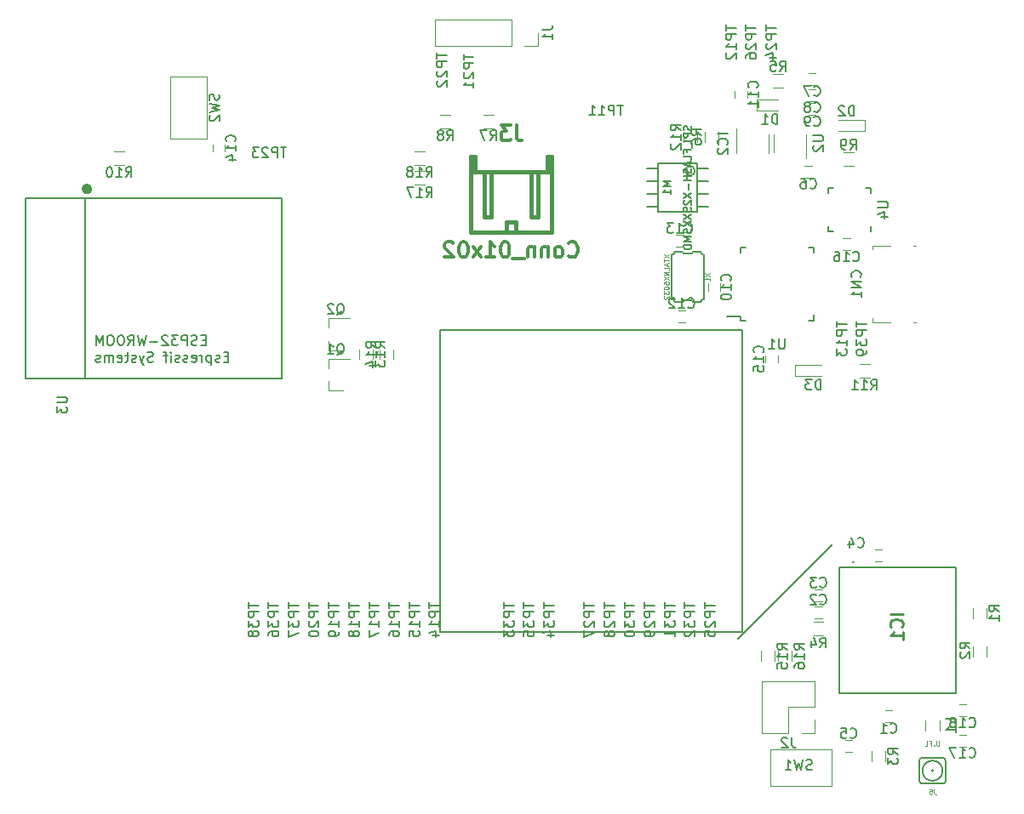
<source format=gbo>
G04 #@! TF.FileFunction,Legend,Bot*
%FSLAX46Y46*%
G04 Gerber Fmt 4.6, Leading zero omitted, Abs format (unit mm)*
G04 Created by KiCad (PCBNEW 4.0.7) date Thu Dec  7 16:12:30 2017*
%MOMM*%
%LPD*%
G01*
G04 APERTURE LIST*
%ADD10C,0.100000*%
%ADD11C,0.150000*%
%ADD12C,0.200000*%
%ADD13C,0.254000*%
%ADD14C,0.120000*%
%ADD15C,0.500000*%
%ADD16C,0.381000*%
%ADD17C,0.127000*%
%ADD18C,0.099060*%
%ADD19C,0.304800*%
%ADD20C,0.149860*%
G04 APERTURE END LIST*
D10*
D11*
X160050000Y-89150000D02*
X130050000Y-89150000D01*
X160050000Y-119150000D02*
X160050000Y-89150000D01*
X130050000Y-119150000D02*
X160050000Y-119150000D01*
X130050000Y-89150000D02*
X130050000Y-119150000D01*
X159650000Y-119850000D02*
X169050000Y-110450000D01*
D12*
X181300000Y-112750000D02*
X169700000Y-112750000D01*
X169700000Y-112750000D02*
X169700000Y-125250000D01*
X169700000Y-125250000D02*
X181300000Y-125250000D01*
X181300000Y-125250000D02*
X181300000Y-112750000D01*
D13*
X171112000Y-112238000D02*
G75*
G03X171112000Y-112238000I-45000J0D01*
G01*
D14*
X174300000Y-128150000D02*
X175000000Y-128150000D01*
X175000000Y-126950000D02*
X174300000Y-126950000D01*
X168000000Y-116650000D02*
X167300000Y-116650000D01*
X167300000Y-117850000D02*
X168000000Y-117850000D01*
X168000000Y-114950000D02*
X167300000Y-114950000D01*
X167300000Y-116150000D02*
X168000000Y-116150000D01*
X174000000Y-110950000D02*
X173300000Y-110950000D01*
X173300000Y-112150000D02*
X174000000Y-112150000D01*
X171000000Y-129950000D02*
X170300000Y-129950000D01*
X170300000Y-131150000D02*
X171000000Y-131150000D01*
X166300000Y-73950000D02*
X167000000Y-73950000D01*
X167000000Y-72750000D02*
X166300000Y-72750000D01*
X166700000Y-64750000D02*
X167400000Y-64750000D01*
X167400000Y-63550000D02*
X166700000Y-63550000D01*
X166700000Y-66350000D02*
X167400000Y-66350000D01*
X167400000Y-65150000D02*
X166700000Y-65150000D01*
X166700000Y-67750000D02*
X167400000Y-67750000D01*
X167400000Y-66550000D02*
X166700000Y-66550000D01*
X157850000Y-85200000D02*
X157850000Y-84500000D01*
X156650000Y-84500000D02*
X156650000Y-85200000D01*
X160550000Y-66000000D02*
X160550000Y-65300000D01*
X159350000Y-65300000D02*
X159350000Y-66000000D01*
X154400000Y-87150000D02*
X153700000Y-87150000D01*
X153700000Y-88350000D02*
X154400000Y-88350000D01*
X154200000Y-79650000D02*
X153500000Y-79650000D01*
X153500000Y-80850000D02*
X154200000Y-80850000D01*
X161550000Y-67320000D02*
X161550000Y-66180000D01*
X161550000Y-66180000D02*
X163650000Y-66180000D01*
X161550000Y-67320000D02*
X163650000Y-67320000D01*
X172255000Y-68255000D02*
X172255000Y-69355000D01*
X172255000Y-69355000D02*
X169655000Y-69355000D01*
X172255000Y-68255000D02*
X169655000Y-68255000D01*
X162710000Y-69690000D02*
X162710000Y-71490000D01*
X159490000Y-71490000D02*
X159490000Y-69040000D01*
D11*
X179100000Y-133000000D02*
G75*
G03X179100000Y-133000000I-100000J0D01*
G01*
X180000000Y-133000000D02*
G75*
G03X180000000Y-133000000I-1000000J0D01*
G01*
X177700000Y-132000000D02*
X177700000Y-134000000D01*
X180000000Y-131700000D02*
X178000000Y-131700000D01*
X180300000Y-134000000D02*
X180300000Y-132000000D01*
X178000000Y-134300000D02*
X180000000Y-134300000D01*
X177700000Y-132000000D02*
G75*
G02X178000000Y-131700000I300000J0D01*
G01*
X180000000Y-131700000D02*
G75*
G02X180300000Y-132000000I0J-300000D01*
G01*
X180300000Y-134000000D02*
G75*
G02X180000000Y-134300000I-300000J0D01*
G01*
X178000000Y-134300000D02*
G75*
G02X177700000Y-134000000I0J300000D01*
G01*
D14*
X183030000Y-116810000D02*
X183030000Y-117810000D01*
X184390000Y-117810000D02*
X184390000Y-116810000D01*
X184390000Y-121620000D02*
X184390000Y-120620000D01*
X183030000Y-120620000D02*
X183030000Y-121620000D01*
X172970000Y-131050000D02*
X172970000Y-132050000D01*
X174330000Y-132050000D02*
X174330000Y-131050000D01*
X168150000Y-118170000D02*
X167150000Y-118170000D01*
X167150000Y-119530000D02*
X168150000Y-119530000D01*
X163150000Y-65030000D02*
X164150000Y-65030000D01*
X164150000Y-63670000D02*
X163150000Y-63670000D01*
X157680000Y-70400000D02*
X157680000Y-69400000D01*
X156320000Y-69400000D02*
X156320000Y-70400000D01*
X135350000Y-67670000D02*
X134350000Y-67670000D01*
X134350000Y-69030000D02*
X135350000Y-69030000D01*
X131050000Y-67670000D02*
X130050000Y-67670000D01*
X130050000Y-69030000D02*
X131050000Y-69030000D01*
X168990000Y-130890000D02*
X162870000Y-130890000D01*
X162870000Y-130890000D02*
X162870000Y-134510000D01*
X162870000Y-134510000D02*
X168990000Y-134510000D01*
X168990000Y-134510000D02*
X168990000Y-130890000D01*
D11*
X159925000Y-88175000D02*
X159925000Y-87750000D01*
X167175000Y-88175000D02*
X167175000Y-87650000D01*
X167175000Y-80925000D02*
X167175000Y-81450000D01*
X159925000Y-80925000D02*
X159925000Y-81450000D01*
X159925000Y-88175000D02*
X160450000Y-88175000D01*
X159925000Y-80925000D02*
X160450000Y-80925000D01*
X167175000Y-80925000D02*
X166650000Y-80925000D01*
X167175000Y-88175000D02*
X166650000Y-88175000D01*
X159925000Y-87750000D02*
X158550000Y-87750000D01*
D15*
X95179981Y-75094000D02*
G75*
G03X95179981Y-75094000I-283981J0D01*
G01*
D11*
X94750000Y-94000000D02*
X94750000Y-76000000D01*
X88750000Y-76000000D02*
X114250000Y-76000000D01*
X88750000Y-94000000D02*
X114250000Y-94000000D01*
X114250000Y-94000000D02*
X114250000Y-76000000D01*
X88750000Y-94000000D02*
X88750000Y-76000000D01*
D14*
X163170000Y-71420000D02*
X163170000Y-69620000D01*
X166390000Y-69620000D02*
X166390000Y-72070000D01*
D11*
X156250000Y-81650000D02*
G75*
G02X155950000Y-81350000I0J300000D01*
G01*
X155950000Y-86350000D02*
G75*
G02X156250000Y-86050000I300000J0D01*
G01*
X156250000Y-86050000D02*
X156250000Y-81650000D01*
X155150000Y-86350000D02*
X155950000Y-86350000D01*
X155150000Y-81350000D02*
X155950000Y-81350000D01*
X154250000Y-81550000D02*
X155050000Y-81550000D01*
X154250000Y-81550000D02*
X154150000Y-81350000D01*
X155050000Y-81550000D02*
X155150000Y-81350000D01*
X153350000Y-81350000D02*
X154150000Y-81350000D01*
X153350000Y-81350000D02*
G75*
G02X153050000Y-81650000I-300000J0D01*
G01*
X153050000Y-86050000D02*
X153050000Y-81650000D01*
X153350000Y-86350000D02*
X154150000Y-86350000D01*
X153050000Y-86050000D02*
G75*
G02X153350000Y-86350000I0J-300000D01*
G01*
X154150000Y-86350000D02*
X154250000Y-86150000D01*
X155150000Y-86350000D02*
X155050000Y-86150000D01*
X154250000Y-86150000D02*
X155050000Y-86150000D01*
D14*
X108600000Y-71350000D02*
X108600000Y-70650000D01*
X107400000Y-70650000D02*
X107400000Y-71350000D01*
X162400000Y-91650000D02*
X162400000Y-92350000D01*
X163600000Y-92350000D02*
X163600000Y-91650000D01*
X170100000Y-81200000D02*
X170800000Y-81200000D01*
X170800000Y-80000000D02*
X170100000Y-80000000D01*
X165365000Y-93720000D02*
X165365000Y-92620000D01*
X165365000Y-92620000D02*
X167965000Y-92620000D01*
X165365000Y-93720000D02*
X167965000Y-93720000D01*
D16*
X141098220Y-79402220D02*
X141098220Y-71901600D01*
X133097220Y-71901600D02*
X133097220Y-79402220D01*
X133097220Y-71901600D02*
X133498540Y-71901600D01*
X133297880Y-73402740D02*
X133297880Y-71901600D01*
X133498540Y-71901600D02*
X133498540Y-73402740D01*
X140897560Y-71901600D02*
X140897560Y-73402740D01*
X140696900Y-73402740D02*
X140696900Y-71901600D01*
X140696900Y-71901600D02*
X141098220Y-71901600D01*
X137598100Y-79402220D02*
X137598100Y-78401460D01*
X137598100Y-78401460D02*
X136597340Y-78401460D01*
X136597340Y-78401460D02*
X136597340Y-79402220D01*
X139096700Y-73402740D02*
X139096700Y-77901080D01*
X139096700Y-77901080D02*
X139797740Y-77901080D01*
X139797740Y-77901080D02*
X139797740Y-73402740D01*
X135098740Y-73402740D02*
X135098740Y-77901080D01*
X135098740Y-77901080D02*
X134397700Y-77901080D01*
X134397700Y-77901080D02*
X134397700Y-73402740D01*
X141098220Y-79402220D02*
X133097220Y-79402220D01*
X133097220Y-73402740D02*
X141098220Y-73402740D01*
X138398200Y-79402220D02*
X138697920Y-79402220D01*
D17*
X151668800Y-72537000D02*
X155631200Y-72537000D01*
X155631200Y-72537000D02*
X155631200Y-77363000D01*
X155631200Y-77363000D02*
X151668800Y-77363000D01*
X151668800Y-77363000D02*
X151668800Y-72537000D01*
X151668800Y-73045000D02*
X150576600Y-73045000D01*
X151668800Y-74315000D02*
X150576600Y-74315000D01*
X151668800Y-75585000D02*
X150576600Y-75585000D01*
X150576600Y-76855000D02*
X151668800Y-76855000D01*
X155631200Y-76855000D02*
X156723400Y-76855000D01*
X156723400Y-75585000D02*
X155631200Y-75585000D01*
X156723400Y-74315000D02*
X155631200Y-74315000D01*
X156723400Y-73045000D02*
X155631200Y-73045000D01*
X155367067Y-73273600D02*
G75*
G03X155367067Y-73273600I-472467J0D01*
G01*
D14*
X118890000Y-95130000D02*
X118890000Y-94200000D01*
X118890000Y-91970000D02*
X118890000Y-92900000D01*
X118890000Y-91970000D02*
X121050000Y-91970000D01*
X118890000Y-95130000D02*
X120350000Y-95130000D01*
X118890000Y-91130000D02*
X118890000Y-90200000D01*
X118890000Y-87970000D02*
X118890000Y-88900000D01*
X118890000Y-87970000D02*
X121050000Y-87970000D01*
X118890000Y-91130000D02*
X120350000Y-91130000D01*
X170150000Y-72830000D02*
X171150000Y-72830000D01*
X171150000Y-71470000D02*
X170150000Y-71470000D01*
X98600000Y-71320000D02*
X97600000Y-71320000D01*
X97600000Y-72680000D02*
X98600000Y-72680000D01*
X172745000Y-92490000D02*
X171745000Y-92490000D01*
X171745000Y-93850000D02*
X172745000Y-93850000D01*
X155630000Y-70400000D02*
X155630000Y-69400000D01*
X154270000Y-69400000D02*
X154270000Y-70400000D01*
X121970000Y-91050000D02*
X121970000Y-92050000D01*
X123330000Y-92050000D02*
X123330000Y-91050000D01*
X125330000Y-92050000D02*
X125330000Y-91050000D01*
X123970000Y-91050000D02*
X123970000Y-92050000D01*
X106810000Y-70060000D02*
X106810000Y-63940000D01*
X106810000Y-63940000D02*
X103190000Y-63940000D01*
X103190000Y-63940000D02*
X103190000Y-70060000D01*
X103190000Y-70060000D02*
X106810000Y-70060000D01*
D11*
X172900000Y-75000000D02*
X172375000Y-75000000D01*
X168600000Y-79300000D02*
X169125000Y-79300000D01*
X168600000Y-75000000D02*
X169125000Y-75000000D01*
X172900000Y-79300000D02*
X172900000Y-78775000D01*
X168600000Y-79300000D02*
X168600000Y-78775000D01*
X168600000Y-75000000D02*
X168600000Y-75525000D01*
X172900000Y-75000000D02*
X172900000Y-75525000D01*
D14*
X181650000Y-130600000D02*
X182350000Y-130600000D01*
X182350000Y-129400000D02*
X181650000Y-129400000D01*
X181650000Y-127600000D02*
X182350000Y-127600000D01*
X182350000Y-126400000D02*
X181650000Y-126400000D01*
X178320000Y-128000000D02*
X178320000Y-129000000D01*
X179680000Y-129000000D02*
X179680000Y-128000000D01*
X167260000Y-126660000D02*
X167260000Y-124060000D01*
X167260000Y-124060000D02*
X162060000Y-124060000D01*
X162060000Y-124060000D02*
X162060000Y-129260000D01*
X162060000Y-129260000D02*
X164660000Y-129260000D01*
X164660000Y-129260000D02*
X164660000Y-126660000D01*
X164660000Y-126660000D02*
X167260000Y-126660000D01*
X167260000Y-127930000D02*
X167260000Y-129260000D01*
X167260000Y-129260000D02*
X165990000Y-129260000D01*
X137170000Y-60880000D02*
X129490000Y-60880000D01*
X129490000Y-60880000D02*
X129490000Y-58220000D01*
X129490000Y-58220000D02*
X137170000Y-58220000D01*
X137170000Y-58220000D02*
X137170000Y-60880000D01*
X138440000Y-60880000D02*
X139770000Y-60880000D01*
X139770000Y-60880000D02*
X139770000Y-59550000D01*
X173040000Y-88360000D02*
X173040000Y-87980000D01*
X177090000Y-88360000D02*
X177350000Y-88360000D01*
X173040000Y-88360000D02*
X174810000Y-88360000D01*
X173040000Y-80740000D02*
X173040000Y-81120000D01*
X174810000Y-80740000D02*
X173040000Y-80740000D01*
X177350000Y-80740000D02*
X177090000Y-80740000D01*
X161970000Y-121080000D02*
X161970000Y-122080000D01*
X163330000Y-122080000D02*
X163330000Y-121080000D01*
X163670000Y-121080000D02*
X163670000Y-122080000D01*
X165030000Y-122080000D02*
X165030000Y-121080000D01*
X128500000Y-73320000D02*
X127500000Y-73320000D01*
X127500000Y-74680000D02*
X128500000Y-74680000D01*
X128500000Y-71320000D02*
X127500000Y-71320000D01*
X127500000Y-72680000D02*
X128500000Y-72680000D01*
D13*
X176055824Y-117376848D02*
X174785824Y-117376848D01*
X175934871Y-118707324D02*
X175995348Y-118646848D01*
X176055824Y-118465419D01*
X176055824Y-118344467D01*
X175995348Y-118163039D01*
X175874395Y-118042086D01*
X175753443Y-117981610D01*
X175511538Y-117921134D01*
X175330110Y-117921134D01*
X175088205Y-117981610D01*
X174967252Y-118042086D01*
X174846300Y-118163039D01*
X174785824Y-118344467D01*
X174785824Y-118465419D01*
X174846300Y-118646848D01*
X174906776Y-118707324D01*
X176055824Y-119916848D02*
X176055824Y-119191134D01*
X176055824Y-119553991D02*
X174785824Y-119553991D01*
X174967252Y-119433039D01*
X175088205Y-119312086D01*
X175148681Y-119191134D01*
D11*
X174816666Y-129157143D02*
X174864285Y-129204762D01*
X175007142Y-129252381D01*
X175102380Y-129252381D01*
X175245238Y-129204762D01*
X175340476Y-129109524D01*
X175388095Y-129014286D01*
X175435714Y-128823810D01*
X175435714Y-128680952D01*
X175388095Y-128490476D01*
X175340476Y-128395238D01*
X175245238Y-128300000D01*
X175102380Y-128252381D01*
X175007142Y-128252381D01*
X174864285Y-128300000D01*
X174816666Y-128347619D01*
X173864285Y-129252381D02*
X174435714Y-129252381D01*
X174150000Y-129252381D02*
X174150000Y-128252381D01*
X174245238Y-128395238D01*
X174340476Y-128490476D01*
X174435714Y-128538095D01*
X167816666Y-116357143D02*
X167864285Y-116404762D01*
X168007142Y-116452381D01*
X168102380Y-116452381D01*
X168245238Y-116404762D01*
X168340476Y-116309524D01*
X168388095Y-116214286D01*
X168435714Y-116023810D01*
X168435714Y-115880952D01*
X168388095Y-115690476D01*
X168340476Y-115595238D01*
X168245238Y-115500000D01*
X168102380Y-115452381D01*
X168007142Y-115452381D01*
X167864285Y-115500000D01*
X167816666Y-115547619D01*
X167435714Y-115547619D02*
X167388095Y-115500000D01*
X167292857Y-115452381D01*
X167054761Y-115452381D01*
X166959523Y-115500000D01*
X166911904Y-115547619D01*
X166864285Y-115642857D01*
X166864285Y-115738095D01*
X166911904Y-115880952D01*
X167483333Y-116452381D01*
X166864285Y-116452381D01*
X167816666Y-114657143D02*
X167864285Y-114704762D01*
X168007142Y-114752381D01*
X168102380Y-114752381D01*
X168245238Y-114704762D01*
X168340476Y-114609524D01*
X168388095Y-114514286D01*
X168435714Y-114323810D01*
X168435714Y-114180952D01*
X168388095Y-113990476D01*
X168340476Y-113895238D01*
X168245238Y-113800000D01*
X168102380Y-113752381D01*
X168007142Y-113752381D01*
X167864285Y-113800000D01*
X167816666Y-113847619D01*
X167483333Y-113752381D02*
X166864285Y-113752381D01*
X167197619Y-114133333D01*
X167054761Y-114133333D01*
X166959523Y-114180952D01*
X166911904Y-114228571D01*
X166864285Y-114323810D01*
X166864285Y-114561905D01*
X166911904Y-114657143D01*
X166959523Y-114704762D01*
X167054761Y-114752381D01*
X167340476Y-114752381D01*
X167435714Y-114704762D01*
X167483333Y-114657143D01*
X171566666Y-110707143D02*
X171614285Y-110754762D01*
X171757142Y-110802381D01*
X171852380Y-110802381D01*
X171995238Y-110754762D01*
X172090476Y-110659524D01*
X172138095Y-110564286D01*
X172185714Y-110373810D01*
X172185714Y-110230952D01*
X172138095Y-110040476D01*
X172090476Y-109945238D01*
X171995238Y-109850000D01*
X171852380Y-109802381D01*
X171757142Y-109802381D01*
X171614285Y-109850000D01*
X171566666Y-109897619D01*
X170709523Y-110135714D02*
X170709523Y-110802381D01*
X170947619Y-109754762D02*
X171185714Y-110469048D01*
X170566666Y-110469048D01*
X170816666Y-129657143D02*
X170864285Y-129704762D01*
X171007142Y-129752381D01*
X171102380Y-129752381D01*
X171245238Y-129704762D01*
X171340476Y-129609524D01*
X171388095Y-129514286D01*
X171435714Y-129323810D01*
X171435714Y-129180952D01*
X171388095Y-128990476D01*
X171340476Y-128895238D01*
X171245238Y-128800000D01*
X171102380Y-128752381D01*
X171007142Y-128752381D01*
X170864285Y-128800000D01*
X170816666Y-128847619D01*
X169911904Y-128752381D02*
X170388095Y-128752381D01*
X170435714Y-129228571D01*
X170388095Y-129180952D01*
X170292857Y-129133333D01*
X170054761Y-129133333D01*
X169959523Y-129180952D01*
X169911904Y-129228571D01*
X169864285Y-129323810D01*
X169864285Y-129561905D01*
X169911904Y-129657143D01*
X169959523Y-129704762D01*
X170054761Y-129752381D01*
X170292857Y-129752381D01*
X170388095Y-129704762D01*
X170435714Y-129657143D01*
X166816666Y-74957143D02*
X166864285Y-75004762D01*
X167007142Y-75052381D01*
X167102380Y-75052381D01*
X167245238Y-75004762D01*
X167340476Y-74909524D01*
X167388095Y-74814286D01*
X167435714Y-74623810D01*
X167435714Y-74480952D01*
X167388095Y-74290476D01*
X167340476Y-74195238D01*
X167245238Y-74100000D01*
X167102380Y-74052381D01*
X167007142Y-74052381D01*
X166864285Y-74100000D01*
X166816666Y-74147619D01*
X165959523Y-74052381D02*
X166150000Y-74052381D01*
X166245238Y-74100000D01*
X166292857Y-74147619D01*
X166388095Y-74290476D01*
X166435714Y-74480952D01*
X166435714Y-74861905D01*
X166388095Y-74957143D01*
X166340476Y-75004762D01*
X166245238Y-75052381D01*
X166054761Y-75052381D01*
X165959523Y-75004762D01*
X165911904Y-74957143D01*
X165864285Y-74861905D01*
X165864285Y-74623810D01*
X165911904Y-74528571D01*
X165959523Y-74480952D01*
X166054761Y-74433333D01*
X166245238Y-74433333D01*
X166340476Y-74480952D01*
X166388095Y-74528571D01*
X166435714Y-74623810D01*
X167216666Y-65757143D02*
X167264285Y-65804762D01*
X167407142Y-65852381D01*
X167502380Y-65852381D01*
X167645238Y-65804762D01*
X167740476Y-65709524D01*
X167788095Y-65614286D01*
X167835714Y-65423810D01*
X167835714Y-65280952D01*
X167788095Y-65090476D01*
X167740476Y-64995238D01*
X167645238Y-64900000D01*
X167502380Y-64852381D01*
X167407142Y-64852381D01*
X167264285Y-64900000D01*
X167216666Y-64947619D01*
X166883333Y-64852381D02*
X166216666Y-64852381D01*
X166645238Y-65852381D01*
X167216666Y-67357143D02*
X167264285Y-67404762D01*
X167407142Y-67452381D01*
X167502380Y-67452381D01*
X167645238Y-67404762D01*
X167740476Y-67309524D01*
X167788095Y-67214286D01*
X167835714Y-67023810D01*
X167835714Y-66880952D01*
X167788095Y-66690476D01*
X167740476Y-66595238D01*
X167645238Y-66500000D01*
X167502380Y-66452381D01*
X167407142Y-66452381D01*
X167264285Y-66500000D01*
X167216666Y-66547619D01*
X166645238Y-66880952D02*
X166740476Y-66833333D01*
X166788095Y-66785714D01*
X166835714Y-66690476D01*
X166835714Y-66642857D01*
X166788095Y-66547619D01*
X166740476Y-66500000D01*
X166645238Y-66452381D01*
X166454761Y-66452381D01*
X166359523Y-66500000D01*
X166311904Y-66547619D01*
X166264285Y-66642857D01*
X166264285Y-66690476D01*
X166311904Y-66785714D01*
X166359523Y-66833333D01*
X166454761Y-66880952D01*
X166645238Y-66880952D01*
X166740476Y-66928571D01*
X166788095Y-66976190D01*
X166835714Y-67071429D01*
X166835714Y-67261905D01*
X166788095Y-67357143D01*
X166740476Y-67404762D01*
X166645238Y-67452381D01*
X166454761Y-67452381D01*
X166359523Y-67404762D01*
X166311904Y-67357143D01*
X166264285Y-67261905D01*
X166264285Y-67071429D01*
X166311904Y-66976190D01*
X166359523Y-66928571D01*
X166454761Y-66880952D01*
X167216666Y-68757143D02*
X167264285Y-68804762D01*
X167407142Y-68852381D01*
X167502380Y-68852381D01*
X167645238Y-68804762D01*
X167740476Y-68709524D01*
X167788095Y-68614286D01*
X167835714Y-68423810D01*
X167835714Y-68280952D01*
X167788095Y-68090476D01*
X167740476Y-67995238D01*
X167645238Y-67900000D01*
X167502380Y-67852381D01*
X167407142Y-67852381D01*
X167264285Y-67900000D01*
X167216666Y-67947619D01*
X166740476Y-68852381D02*
X166550000Y-68852381D01*
X166454761Y-68804762D01*
X166407142Y-68757143D01*
X166311904Y-68614286D01*
X166264285Y-68423810D01*
X166264285Y-68042857D01*
X166311904Y-67947619D01*
X166359523Y-67900000D01*
X166454761Y-67852381D01*
X166645238Y-67852381D01*
X166740476Y-67900000D01*
X166788095Y-67947619D01*
X166835714Y-68042857D01*
X166835714Y-68280952D01*
X166788095Y-68376190D01*
X166740476Y-68423810D01*
X166645238Y-68471429D01*
X166454761Y-68471429D01*
X166359523Y-68423810D01*
X166311904Y-68376190D01*
X166264285Y-68280952D01*
X158857143Y-84207143D02*
X158904762Y-84159524D01*
X158952381Y-84016667D01*
X158952381Y-83921429D01*
X158904762Y-83778571D01*
X158809524Y-83683333D01*
X158714286Y-83635714D01*
X158523810Y-83588095D01*
X158380952Y-83588095D01*
X158190476Y-83635714D01*
X158095238Y-83683333D01*
X158000000Y-83778571D01*
X157952381Y-83921429D01*
X157952381Y-84016667D01*
X158000000Y-84159524D01*
X158047619Y-84207143D01*
X158952381Y-85159524D02*
X158952381Y-84588095D01*
X158952381Y-84873809D02*
X157952381Y-84873809D01*
X158095238Y-84778571D01*
X158190476Y-84683333D01*
X158238095Y-84588095D01*
X157952381Y-85778571D02*
X157952381Y-85873810D01*
X158000000Y-85969048D01*
X158047619Y-86016667D01*
X158142857Y-86064286D01*
X158333333Y-86111905D01*
X158571429Y-86111905D01*
X158761905Y-86064286D01*
X158857143Y-86016667D01*
X158904762Y-85969048D01*
X158952381Y-85873810D01*
X158952381Y-85778571D01*
X158904762Y-85683333D01*
X158857143Y-85635714D01*
X158761905Y-85588095D01*
X158571429Y-85540476D01*
X158333333Y-85540476D01*
X158142857Y-85588095D01*
X158047619Y-85635714D01*
X158000000Y-85683333D01*
X157952381Y-85778571D01*
X161557143Y-65007143D02*
X161604762Y-64959524D01*
X161652381Y-64816667D01*
X161652381Y-64721429D01*
X161604762Y-64578571D01*
X161509524Y-64483333D01*
X161414286Y-64435714D01*
X161223810Y-64388095D01*
X161080952Y-64388095D01*
X160890476Y-64435714D01*
X160795238Y-64483333D01*
X160700000Y-64578571D01*
X160652381Y-64721429D01*
X160652381Y-64816667D01*
X160700000Y-64959524D01*
X160747619Y-65007143D01*
X161652381Y-65959524D02*
X161652381Y-65388095D01*
X161652381Y-65673809D02*
X160652381Y-65673809D01*
X160795238Y-65578571D01*
X160890476Y-65483333D01*
X160938095Y-65388095D01*
X161652381Y-66911905D02*
X161652381Y-66340476D01*
X161652381Y-66626190D02*
X160652381Y-66626190D01*
X160795238Y-66530952D01*
X160890476Y-66435714D01*
X160938095Y-66340476D01*
X154692857Y-86857143D02*
X154740476Y-86904762D01*
X154883333Y-86952381D01*
X154978571Y-86952381D01*
X155121429Y-86904762D01*
X155216667Y-86809524D01*
X155264286Y-86714286D01*
X155311905Y-86523810D01*
X155311905Y-86380952D01*
X155264286Y-86190476D01*
X155216667Y-86095238D01*
X155121429Y-86000000D01*
X154978571Y-85952381D01*
X154883333Y-85952381D01*
X154740476Y-86000000D01*
X154692857Y-86047619D01*
X153740476Y-86952381D02*
X154311905Y-86952381D01*
X154026191Y-86952381D02*
X154026191Y-85952381D01*
X154121429Y-86095238D01*
X154216667Y-86190476D01*
X154311905Y-86238095D01*
X153359524Y-86047619D02*
X153311905Y-86000000D01*
X153216667Y-85952381D01*
X152978571Y-85952381D01*
X152883333Y-86000000D01*
X152835714Y-86047619D01*
X152788095Y-86142857D01*
X152788095Y-86238095D01*
X152835714Y-86380952D01*
X153407143Y-86952381D01*
X152788095Y-86952381D01*
X154492857Y-79357143D02*
X154540476Y-79404762D01*
X154683333Y-79452381D01*
X154778571Y-79452381D01*
X154921429Y-79404762D01*
X155016667Y-79309524D01*
X155064286Y-79214286D01*
X155111905Y-79023810D01*
X155111905Y-78880952D01*
X155064286Y-78690476D01*
X155016667Y-78595238D01*
X154921429Y-78500000D01*
X154778571Y-78452381D01*
X154683333Y-78452381D01*
X154540476Y-78500000D01*
X154492857Y-78547619D01*
X153540476Y-79452381D02*
X154111905Y-79452381D01*
X153826191Y-79452381D02*
X153826191Y-78452381D01*
X153921429Y-78595238D01*
X154016667Y-78690476D01*
X154111905Y-78738095D01*
X153207143Y-78452381D02*
X152588095Y-78452381D01*
X152921429Y-78833333D01*
X152778571Y-78833333D01*
X152683333Y-78880952D01*
X152635714Y-78928571D01*
X152588095Y-79023810D01*
X152588095Y-79261905D01*
X152635714Y-79357143D01*
X152683333Y-79404762D01*
X152778571Y-79452381D01*
X153064286Y-79452381D01*
X153159524Y-79404762D01*
X153207143Y-79357143D01*
X163588095Y-68602381D02*
X163588095Y-67602381D01*
X163350000Y-67602381D01*
X163207142Y-67650000D01*
X163111904Y-67745238D01*
X163064285Y-67840476D01*
X163016666Y-68030952D01*
X163016666Y-68173810D01*
X163064285Y-68364286D01*
X163111904Y-68459524D01*
X163207142Y-68554762D01*
X163350000Y-68602381D01*
X163588095Y-68602381D01*
X162064285Y-68602381D02*
X162635714Y-68602381D01*
X162350000Y-68602381D02*
X162350000Y-67602381D01*
X162445238Y-67745238D01*
X162540476Y-67840476D01*
X162635714Y-67888095D01*
X171193095Y-67807381D02*
X171193095Y-66807381D01*
X170955000Y-66807381D01*
X170812142Y-66855000D01*
X170716904Y-66950238D01*
X170669285Y-67045476D01*
X170621666Y-67235952D01*
X170621666Y-67378810D01*
X170669285Y-67569286D01*
X170716904Y-67664524D01*
X170812142Y-67759762D01*
X170955000Y-67807381D01*
X171193095Y-67807381D01*
X170240714Y-66902619D02*
X170193095Y-66855000D01*
X170097857Y-66807381D01*
X169859761Y-66807381D01*
X169764523Y-66855000D01*
X169716904Y-66902619D01*
X169669285Y-66997857D01*
X169669285Y-67093095D01*
X169716904Y-67235952D01*
X170288333Y-67807381D01*
X169669285Y-67807381D01*
X158652381Y-69613810D02*
X157652381Y-69613810D01*
X158557143Y-70661429D02*
X158604762Y-70613810D01*
X158652381Y-70470953D01*
X158652381Y-70375715D01*
X158604762Y-70232857D01*
X158509524Y-70137619D01*
X158414286Y-70090000D01*
X158223810Y-70042381D01*
X158080952Y-70042381D01*
X157890476Y-70090000D01*
X157795238Y-70137619D01*
X157700000Y-70232857D01*
X157652381Y-70375715D01*
X157652381Y-70470953D01*
X157700000Y-70613810D01*
X157747619Y-70661429D01*
X157747619Y-71042381D02*
X157700000Y-71090000D01*
X157652381Y-71185238D01*
X157652381Y-71423334D01*
X157700000Y-71518572D01*
X157747619Y-71566191D01*
X157842857Y-71613810D01*
X157938095Y-71613810D01*
X158080952Y-71566191D01*
X158652381Y-70994762D01*
X158652381Y-71613810D01*
D10*
X179166666Y-134826190D02*
X179166666Y-135183333D01*
X179190476Y-135254762D01*
X179238095Y-135302381D01*
X179309523Y-135326190D01*
X179357142Y-135326190D01*
X178690476Y-134826190D02*
X178928571Y-134826190D01*
X178952381Y-135064286D01*
X178928571Y-135040476D01*
X178880952Y-135016667D01*
X178761905Y-135016667D01*
X178714286Y-135040476D01*
X178690476Y-135064286D01*
X178666667Y-135111905D01*
X178666667Y-135230952D01*
X178690476Y-135278571D01*
X178714286Y-135302381D01*
X178761905Y-135326190D01*
X178880952Y-135326190D01*
X178928571Y-135302381D01*
X178952381Y-135278571D01*
X179678571Y-130026190D02*
X179678571Y-130430952D01*
X179654762Y-130478571D01*
X179630952Y-130502381D01*
X179583333Y-130526190D01*
X179488095Y-130526190D01*
X179440476Y-130502381D01*
X179416667Y-130478571D01*
X179392857Y-130430952D01*
X179392857Y-130026190D01*
X179154761Y-130478571D02*
X179130952Y-130502381D01*
X179154761Y-130526190D01*
X179178571Y-130502381D01*
X179154761Y-130478571D01*
X179154761Y-130526190D01*
X178750000Y-130264286D02*
X178916666Y-130264286D01*
X178916666Y-130526190D02*
X178916666Y-130026190D01*
X178678571Y-130026190D01*
X178250000Y-130526190D02*
X178488095Y-130526190D01*
X178488095Y-130026190D01*
D11*
X185612381Y-117143334D02*
X185136190Y-116810000D01*
X185612381Y-116571905D02*
X184612381Y-116571905D01*
X184612381Y-116952858D01*
X184660000Y-117048096D01*
X184707619Y-117095715D01*
X184802857Y-117143334D01*
X184945714Y-117143334D01*
X185040952Y-117095715D01*
X185088571Y-117048096D01*
X185136190Y-116952858D01*
X185136190Y-116571905D01*
X185612381Y-118095715D02*
X185612381Y-117524286D01*
X185612381Y-117810000D02*
X184612381Y-117810000D01*
X184755238Y-117714762D01*
X184850476Y-117619524D01*
X184898095Y-117524286D01*
X182712381Y-120823334D02*
X182236190Y-120490000D01*
X182712381Y-120251905D02*
X181712381Y-120251905D01*
X181712381Y-120632858D01*
X181760000Y-120728096D01*
X181807619Y-120775715D01*
X181902857Y-120823334D01*
X182045714Y-120823334D01*
X182140952Y-120775715D01*
X182188571Y-120728096D01*
X182236190Y-120632858D01*
X182236190Y-120251905D01*
X181807619Y-121204286D02*
X181760000Y-121251905D01*
X181712381Y-121347143D01*
X181712381Y-121585239D01*
X181760000Y-121680477D01*
X181807619Y-121728096D01*
X181902857Y-121775715D01*
X181998095Y-121775715D01*
X182140952Y-121728096D01*
X182712381Y-121156667D01*
X182712381Y-121775715D01*
X175552381Y-131383334D02*
X175076190Y-131050000D01*
X175552381Y-130811905D02*
X174552381Y-130811905D01*
X174552381Y-131192858D01*
X174600000Y-131288096D01*
X174647619Y-131335715D01*
X174742857Y-131383334D01*
X174885714Y-131383334D01*
X174980952Y-131335715D01*
X175028571Y-131288096D01*
X175076190Y-131192858D01*
X175076190Y-130811905D01*
X174552381Y-131716667D02*
X174552381Y-132335715D01*
X174933333Y-132002381D01*
X174933333Y-132145239D01*
X174980952Y-132240477D01*
X175028571Y-132288096D01*
X175123810Y-132335715D01*
X175361905Y-132335715D01*
X175457143Y-132288096D01*
X175504762Y-132240477D01*
X175552381Y-132145239D01*
X175552381Y-131859524D01*
X175504762Y-131764286D01*
X175457143Y-131716667D01*
X167816666Y-120752381D02*
X168150000Y-120276190D01*
X168388095Y-120752381D02*
X168388095Y-119752381D01*
X168007142Y-119752381D01*
X167911904Y-119800000D01*
X167864285Y-119847619D01*
X167816666Y-119942857D01*
X167816666Y-120085714D01*
X167864285Y-120180952D01*
X167911904Y-120228571D01*
X168007142Y-120276190D01*
X168388095Y-120276190D01*
X166959523Y-120085714D02*
X166959523Y-120752381D01*
X167197619Y-119704762D02*
X167435714Y-120419048D01*
X166816666Y-120419048D01*
X163816666Y-63352381D02*
X164150000Y-62876190D01*
X164388095Y-63352381D02*
X164388095Y-62352381D01*
X164007142Y-62352381D01*
X163911904Y-62400000D01*
X163864285Y-62447619D01*
X163816666Y-62542857D01*
X163816666Y-62685714D01*
X163864285Y-62780952D01*
X163911904Y-62828571D01*
X164007142Y-62876190D01*
X164388095Y-62876190D01*
X162911904Y-62352381D02*
X163388095Y-62352381D01*
X163435714Y-62828571D01*
X163388095Y-62780952D01*
X163292857Y-62733333D01*
X163054761Y-62733333D01*
X162959523Y-62780952D01*
X162911904Y-62828571D01*
X162864285Y-62923810D01*
X162864285Y-63161905D01*
X162911904Y-63257143D01*
X162959523Y-63304762D01*
X163054761Y-63352381D01*
X163292857Y-63352381D01*
X163388095Y-63304762D01*
X163435714Y-63257143D01*
X156002381Y-69733334D02*
X155526190Y-69400000D01*
X156002381Y-69161905D02*
X155002381Y-69161905D01*
X155002381Y-69542858D01*
X155050000Y-69638096D01*
X155097619Y-69685715D01*
X155192857Y-69733334D01*
X155335714Y-69733334D01*
X155430952Y-69685715D01*
X155478571Y-69638096D01*
X155526190Y-69542858D01*
X155526190Y-69161905D01*
X155002381Y-70590477D02*
X155002381Y-70400000D01*
X155050000Y-70304762D01*
X155097619Y-70257143D01*
X155240476Y-70161905D01*
X155430952Y-70114286D01*
X155811905Y-70114286D01*
X155907143Y-70161905D01*
X155954762Y-70209524D01*
X156002381Y-70304762D01*
X156002381Y-70495239D01*
X155954762Y-70590477D01*
X155907143Y-70638096D01*
X155811905Y-70685715D01*
X155573810Y-70685715D01*
X155478571Y-70638096D01*
X155430952Y-70590477D01*
X155383333Y-70495239D01*
X155383333Y-70304762D01*
X155430952Y-70209524D01*
X155478571Y-70161905D01*
X155573810Y-70114286D01*
X135016666Y-70252381D02*
X135350000Y-69776190D01*
X135588095Y-70252381D02*
X135588095Y-69252381D01*
X135207142Y-69252381D01*
X135111904Y-69300000D01*
X135064285Y-69347619D01*
X135016666Y-69442857D01*
X135016666Y-69585714D01*
X135064285Y-69680952D01*
X135111904Y-69728571D01*
X135207142Y-69776190D01*
X135588095Y-69776190D01*
X134683333Y-69252381D02*
X134016666Y-69252381D01*
X134445238Y-70252381D01*
X130716666Y-70252381D02*
X131050000Y-69776190D01*
X131288095Y-70252381D02*
X131288095Y-69252381D01*
X130907142Y-69252381D01*
X130811904Y-69300000D01*
X130764285Y-69347619D01*
X130716666Y-69442857D01*
X130716666Y-69585714D01*
X130764285Y-69680952D01*
X130811904Y-69728571D01*
X130907142Y-69776190D01*
X131288095Y-69776190D01*
X130145238Y-69680952D02*
X130240476Y-69633333D01*
X130288095Y-69585714D01*
X130335714Y-69490476D01*
X130335714Y-69442857D01*
X130288095Y-69347619D01*
X130240476Y-69300000D01*
X130145238Y-69252381D01*
X129954761Y-69252381D01*
X129859523Y-69300000D01*
X129811904Y-69347619D01*
X129764285Y-69442857D01*
X129764285Y-69490476D01*
X129811904Y-69585714D01*
X129859523Y-69633333D01*
X129954761Y-69680952D01*
X130145238Y-69680952D01*
X130240476Y-69728571D01*
X130288095Y-69776190D01*
X130335714Y-69871429D01*
X130335714Y-70061905D01*
X130288095Y-70157143D01*
X130240476Y-70204762D01*
X130145238Y-70252381D01*
X129954761Y-70252381D01*
X129859523Y-70204762D01*
X129811904Y-70157143D01*
X129764285Y-70061905D01*
X129764285Y-69871429D01*
X129811904Y-69776190D01*
X129859523Y-69728571D01*
X129954761Y-69680952D01*
X167024303Y-132865732D02*
X166881446Y-132913351D01*
X166643350Y-132913351D01*
X166548112Y-132865732D01*
X166500493Y-132818113D01*
X166452874Y-132722875D01*
X166452874Y-132627637D01*
X166500493Y-132532399D01*
X166548112Y-132484780D01*
X166643350Y-132437160D01*
X166833827Y-132389541D01*
X166929065Y-132341922D01*
X166976684Y-132294303D01*
X167024303Y-132199065D01*
X167024303Y-132103827D01*
X166976684Y-132008589D01*
X166929065Y-131960970D01*
X166833827Y-131913351D01*
X166595731Y-131913351D01*
X166452874Y-131960970D01*
X166119541Y-131913351D02*
X165881446Y-132913351D01*
X165690969Y-132199065D01*
X165500493Y-132913351D01*
X165262398Y-131913351D01*
X164357636Y-132913351D02*
X164929065Y-132913351D01*
X164643351Y-132913351D02*
X164643351Y-131913351D01*
X164738589Y-132056208D01*
X164833827Y-132151446D01*
X164929065Y-132199065D01*
X164311905Y-90002381D02*
X164311905Y-90811905D01*
X164264286Y-90907143D01*
X164216667Y-90954762D01*
X164121429Y-91002381D01*
X163930952Y-91002381D01*
X163835714Y-90954762D01*
X163788095Y-90907143D01*
X163740476Y-90811905D01*
X163740476Y-90002381D01*
X162740476Y-91002381D02*
X163311905Y-91002381D01*
X163026191Y-91002381D02*
X163026191Y-90002381D01*
X163121429Y-90145238D01*
X163216667Y-90240476D01*
X163311905Y-90288095D01*
X91935381Y-95795095D02*
X92744905Y-95795095D01*
X92840143Y-95842714D01*
X92887762Y-95890333D01*
X92935381Y-95985571D01*
X92935381Y-96176048D01*
X92887762Y-96271286D01*
X92840143Y-96318905D01*
X92744905Y-96366524D01*
X91935381Y-96366524D01*
X91935381Y-96747476D02*
X91935381Y-97366524D01*
X92316333Y-97033190D01*
X92316333Y-97176048D01*
X92363952Y-97271286D01*
X92411571Y-97318905D01*
X92506810Y-97366524D01*
X92744905Y-97366524D01*
X92840143Y-97318905D01*
X92887762Y-97271286D01*
X92935381Y-97176048D01*
X92935381Y-96890333D01*
X92887762Y-96795095D01*
X92840143Y-96747476D01*
X108960430Y-91786571D02*
X108627096Y-91786571D01*
X108484239Y-92310381D02*
X108960430Y-92310381D01*
X108960430Y-91310381D01*
X108484239Y-91310381D01*
X108103287Y-92262762D02*
X108008049Y-92310381D01*
X107817573Y-92310381D01*
X107722334Y-92262762D01*
X107674715Y-92167524D01*
X107674715Y-92119905D01*
X107722334Y-92024667D01*
X107817573Y-91977048D01*
X107960430Y-91977048D01*
X108055668Y-91929429D01*
X108103287Y-91834190D01*
X108103287Y-91786571D01*
X108055668Y-91691333D01*
X107960430Y-91643714D01*
X107817573Y-91643714D01*
X107722334Y-91691333D01*
X107246144Y-91643714D02*
X107246144Y-92643714D01*
X107246144Y-91691333D02*
X107150906Y-91643714D01*
X106960429Y-91643714D01*
X106865191Y-91691333D01*
X106817572Y-91738952D01*
X106769953Y-91834190D01*
X106769953Y-92119905D01*
X106817572Y-92215143D01*
X106865191Y-92262762D01*
X106960429Y-92310381D01*
X107150906Y-92310381D01*
X107246144Y-92262762D01*
X106341382Y-92310381D02*
X106341382Y-91643714D01*
X106341382Y-91834190D02*
X106293763Y-91738952D01*
X106246144Y-91691333D01*
X106150906Y-91643714D01*
X106055667Y-91643714D01*
X105341381Y-92262762D02*
X105436619Y-92310381D01*
X105627096Y-92310381D01*
X105722334Y-92262762D01*
X105769953Y-92167524D01*
X105769953Y-91786571D01*
X105722334Y-91691333D01*
X105627096Y-91643714D01*
X105436619Y-91643714D01*
X105341381Y-91691333D01*
X105293762Y-91786571D01*
X105293762Y-91881810D01*
X105769953Y-91977048D01*
X104912810Y-92262762D02*
X104817572Y-92310381D01*
X104627096Y-92310381D01*
X104531857Y-92262762D01*
X104484238Y-92167524D01*
X104484238Y-92119905D01*
X104531857Y-92024667D01*
X104627096Y-91977048D01*
X104769953Y-91977048D01*
X104865191Y-91929429D01*
X104912810Y-91834190D01*
X104912810Y-91786571D01*
X104865191Y-91691333D01*
X104769953Y-91643714D01*
X104627096Y-91643714D01*
X104531857Y-91691333D01*
X104103286Y-92262762D02*
X104008048Y-92310381D01*
X103817572Y-92310381D01*
X103722333Y-92262762D01*
X103674714Y-92167524D01*
X103674714Y-92119905D01*
X103722333Y-92024667D01*
X103817572Y-91977048D01*
X103960429Y-91977048D01*
X104055667Y-91929429D01*
X104103286Y-91834190D01*
X104103286Y-91786571D01*
X104055667Y-91691333D01*
X103960429Y-91643714D01*
X103817572Y-91643714D01*
X103722333Y-91691333D01*
X103246143Y-92310381D02*
X103246143Y-91643714D01*
X103246143Y-91310381D02*
X103293762Y-91358000D01*
X103246143Y-91405619D01*
X103198524Y-91358000D01*
X103246143Y-91310381D01*
X103246143Y-91405619D01*
X102912810Y-91643714D02*
X102531858Y-91643714D01*
X102769953Y-92310381D02*
X102769953Y-91453238D01*
X102722334Y-91358000D01*
X102627096Y-91310381D01*
X102531858Y-91310381D01*
X101484238Y-92262762D02*
X101341381Y-92310381D01*
X101103285Y-92310381D01*
X101008047Y-92262762D01*
X100960428Y-92215143D01*
X100912809Y-92119905D01*
X100912809Y-92024667D01*
X100960428Y-91929429D01*
X101008047Y-91881810D01*
X101103285Y-91834190D01*
X101293762Y-91786571D01*
X101389000Y-91738952D01*
X101436619Y-91691333D01*
X101484238Y-91596095D01*
X101484238Y-91500857D01*
X101436619Y-91405619D01*
X101389000Y-91358000D01*
X101293762Y-91310381D01*
X101055666Y-91310381D01*
X100912809Y-91358000D01*
X100579476Y-91643714D02*
X100341381Y-92310381D01*
X100103285Y-91643714D02*
X100341381Y-92310381D01*
X100436619Y-92548476D01*
X100484238Y-92596095D01*
X100579476Y-92643714D01*
X99769952Y-92262762D02*
X99674714Y-92310381D01*
X99484238Y-92310381D01*
X99388999Y-92262762D01*
X99341380Y-92167524D01*
X99341380Y-92119905D01*
X99388999Y-92024667D01*
X99484238Y-91977048D01*
X99627095Y-91977048D01*
X99722333Y-91929429D01*
X99769952Y-91834190D01*
X99769952Y-91786571D01*
X99722333Y-91691333D01*
X99627095Y-91643714D01*
X99484238Y-91643714D01*
X99388999Y-91691333D01*
X99055666Y-91643714D02*
X98674714Y-91643714D01*
X98912809Y-91310381D02*
X98912809Y-92167524D01*
X98865190Y-92262762D01*
X98769952Y-92310381D01*
X98674714Y-92310381D01*
X97960427Y-92262762D02*
X98055665Y-92310381D01*
X98246142Y-92310381D01*
X98341380Y-92262762D01*
X98388999Y-92167524D01*
X98388999Y-91786571D01*
X98341380Y-91691333D01*
X98246142Y-91643714D01*
X98055665Y-91643714D01*
X97960427Y-91691333D01*
X97912808Y-91786571D01*
X97912808Y-91881810D01*
X98388999Y-91977048D01*
X97484237Y-92310381D02*
X97484237Y-91643714D01*
X97484237Y-91738952D02*
X97436618Y-91691333D01*
X97341380Y-91643714D01*
X97198522Y-91643714D01*
X97103284Y-91691333D01*
X97055665Y-91786571D01*
X97055665Y-92310381D01*
X97055665Y-91786571D02*
X97008046Y-91691333D01*
X96912808Y-91643714D01*
X96769951Y-91643714D01*
X96674713Y-91691333D01*
X96627094Y-91786571D01*
X96627094Y-92310381D01*
X96198523Y-92262762D02*
X96103285Y-92310381D01*
X95912809Y-92310381D01*
X95817570Y-92262762D01*
X95769951Y-92167524D01*
X95769951Y-92119905D01*
X95817570Y-92024667D01*
X95912809Y-91977048D01*
X96055666Y-91977048D01*
X96150904Y-91929429D01*
X96198523Y-91834190D01*
X96198523Y-91786571D01*
X96150904Y-91691333D01*
X96055666Y-91643714D01*
X95912809Y-91643714D01*
X95817570Y-91691333D01*
X106698381Y-90135571D02*
X106365047Y-90135571D01*
X106222190Y-90659381D02*
X106698381Y-90659381D01*
X106698381Y-89659381D01*
X106222190Y-89659381D01*
X105841238Y-90611762D02*
X105698381Y-90659381D01*
X105460285Y-90659381D01*
X105365047Y-90611762D01*
X105317428Y-90564143D01*
X105269809Y-90468905D01*
X105269809Y-90373667D01*
X105317428Y-90278429D01*
X105365047Y-90230810D01*
X105460285Y-90183190D01*
X105650762Y-90135571D01*
X105746000Y-90087952D01*
X105793619Y-90040333D01*
X105841238Y-89945095D01*
X105841238Y-89849857D01*
X105793619Y-89754619D01*
X105746000Y-89707000D01*
X105650762Y-89659381D01*
X105412666Y-89659381D01*
X105269809Y-89707000D01*
X104841238Y-90659381D02*
X104841238Y-89659381D01*
X104460285Y-89659381D01*
X104365047Y-89707000D01*
X104317428Y-89754619D01*
X104269809Y-89849857D01*
X104269809Y-89992714D01*
X104317428Y-90087952D01*
X104365047Y-90135571D01*
X104460285Y-90183190D01*
X104841238Y-90183190D01*
X103936476Y-89659381D02*
X103317428Y-89659381D01*
X103650762Y-90040333D01*
X103507904Y-90040333D01*
X103412666Y-90087952D01*
X103365047Y-90135571D01*
X103317428Y-90230810D01*
X103317428Y-90468905D01*
X103365047Y-90564143D01*
X103412666Y-90611762D01*
X103507904Y-90659381D01*
X103793619Y-90659381D01*
X103888857Y-90611762D01*
X103936476Y-90564143D01*
X102936476Y-89754619D02*
X102888857Y-89707000D01*
X102793619Y-89659381D01*
X102555523Y-89659381D01*
X102460285Y-89707000D01*
X102412666Y-89754619D01*
X102365047Y-89849857D01*
X102365047Y-89945095D01*
X102412666Y-90087952D01*
X102984095Y-90659381D01*
X102365047Y-90659381D01*
X101936476Y-90278429D02*
X101174571Y-90278429D01*
X100793619Y-89659381D02*
X100555524Y-90659381D01*
X100365047Y-89945095D01*
X100174571Y-90659381D01*
X99936476Y-89659381D01*
X98984095Y-90659381D02*
X99317429Y-90183190D01*
X99555524Y-90659381D02*
X99555524Y-89659381D01*
X99174571Y-89659381D01*
X99079333Y-89707000D01*
X99031714Y-89754619D01*
X98984095Y-89849857D01*
X98984095Y-89992714D01*
X99031714Y-90087952D01*
X99079333Y-90135571D01*
X99174571Y-90183190D01*
X99555524Y-90183190D01*
X98365048Y-89659381D02*
X98174571Y-89659381D01*
X98079333Y-89707000D01*
X97984095Y-89802238D01*
X97936476Y-89992714D01*
X97936476Y-90326048D01*
X97984095Y-90516524D01*
X98079333Y-90611762D01*
X98174571Y-90659381D01*
X98365048Y-90659381D01*
X98460286Y-90611762D01*
X98555524Y-90516524D01*
X98603143Y-90326048D01*
X98603143Y-89992714D01*
X98555524Y-89802238D01*
X98460286Y-89707000D01*
X98365048Y-89659381D01*
X97317429Y-89659381D02*
X97126952Y-89659381D01*
X97031714Y-89707000D01*
X96936476Y-89802238D01*
X96888857Y-89992714D01*
X96888857Y-90326048D01*
X96936476Y-90516524D01*
X97031714Y-90611762D01*
X97126952Y-90659381D01*
X97317429Y-90659381D01*
X97412667Y-90611762D01*
X97507905Y-90516524D01*
X97555524Y-90326048D01*
X97555524Y-89992714D01*
X97507905Y-89802238D01*
X97412667Y-89707000D01*
X97317429Y-89659381D01*
X96460286Y-90659381D02*
X96460286Y-89659381D01*
X96126952Y-90373667D01*
X95793619Y-89659381D01*
X95793619Y-90659381D01*
X167132381Y-69758095D02*
X167941905Y-69758095D01*
X168037143Y-69805714D01*
X168084762Y-69853333D01*
X168132381Y-69948571D01*
X168132381Y-70139048D01*
X168084762Y-70234286D01*
X168037143Y-70281905D01*
X167941905Y-70329524D01*
X167132381Y-70329524D01*
X167227619Y-70758095D02*
X167180000Y-70805714D01*
X167132381Y-70900952D01*
X167132381Y-71139048D01*
X167180000Y-71234286D01*
X167227619Y-71281905D01*
X167322857Y-71329524D01*
X167418095Y-71329524D01*
X167560952Y-71281905D01*
X168132381Y-70710476D01*
X168132381Y-71329524D01*
D18*
X156377373Y-83446987D02*
X156875213Y-83778880D01*
X156377373Y-83778880D02*
X156875213Y-83446987D01*
X156875213Y-84229307D02*
X156875213Y-83944827D01*
X156875213Y-84087067D02*
X156377373Y-84087067D01*
X156448493Y-84039653D01*
X156495907Y-83992240D01*
X156519613Y-83944827D01*
X152277373Y-81633428D02*
X152775213Y-81965321D01*
X152277373Y-81965321D02*
X152775213Y-81633428D01*
X152277373Y-82083854D02*
X152277373Y-82368334D01*
X152775213Y-82226094D02*
X152277373Y-82226094D01*
X152632973Y-82510575D02*
X152632973Y-82747641D01*
X152775213Y-82463161D02*
X152277373Y-82629108D01*
X152775213Y-82795055D01*
X152775213Y-83198068D02*
X152775213Y-82961001D01*
X152277373Y-82961001D01*
X152775213Y-83364014D02*
X152277373Y-83364014D01*
X152775213Y-83648494D01*
X152277373Y-83648494D01*
X152277373Y-83838148D02*
X152775213Y-84170041D01*
X152277373Y-84170041D02*
X152775213Y-83838148D01*
X152277373Y-84596761D02*
X152277373Y-84359694D01*
X152514440Y-84335988D01*
X152490733Y-84359694D01*
X152467027Y-84407108D01*
X152467027Y-84525641D01*
X152490733Y-84573054D01*
X152514440Y-84596761D01*
X152561853Y-84620468D01*
X152680387Y-84620468D01*
X152727800Y-84596761D01*
X152751507Y-84573054D01*
X152775213Y-84525641D01*
X152775213Y-84407108D01*
X152751507Y-84359694D01*
X152727800Y-84335988D01*
X152277373Y-84928654D02*
X152277373Y-84976067D01*
X152301080Y-85023481D01*
X152324787Y-85047187D01*
X152372200Y-85070894D01*
X152467027Y-85094601D01*
X152585560Y-85094601D01*
X152680387Y-85070894D01*
X152727800Y-85047187D01*
X152751507Y-85023481D01*
X152775213Y-84976067D01*
X152775213Y-84928654D01*
X152751507Y-84881241D01*
X152727800Y-84857534D01*
X152680387Y-84833827D01*
X152585560Y-84810121D01*
X152467027Y-84810121D01*
X152372200Y-84833827D01*
X152324787Y-84857534D01*
X152301080Y-84881241D01*
X152277373Y-84928654D01*
X152277373Y-85260547D02*
X152277373Y-85568734D01*
X152467027Y-85402787D01*
X152467027Y-85473907D01*
X152490733Y-85521320D01*
X152514440Y-85545027D01*
X152561853Y-85568734D01*
X152680387Y-85568734D01*
X152727800Y-85545027D01*
X152751507Y-85521320D01*
X152775213Y-85473907D01*
X152775213Y-85331667D01*
X152751507Y-85284254D01*
X152727800Y-85260547D01*
X152324787Y-85758387D02*
X152301080Y-85782093D01*
X152277373Y-85829507D01*
X152277373Y-85948040D01*
X152301080Y-85995453D01*
X152324787Y-86019160D01*
X152372200Y-86042867D01*
X152419613Y-86042867D01*
X152490733Y-86019160D01*
X152775213Y-85734680D01*
X152775213Y-86042867D01*
D11*
X109607143Y-70357143D02*
X109654762Y-70309524D01*
X109702381Y-70166667D01*
X109702381Y-70071429D01*
X109654762Y-69928571D01*
X109559524Y-69833333D01*
X109464286Y-69785714D01*
X109273810Y-69738095D01*
X109130952Y-69738095D01*
X108940476Y-69785714D01*
X108845238Y-69833333D01*
X108750000Y-69928571D01*
X108702381Y-70071429D01*
X108702381Y-70166667D01*
X108750000Y-70309524D01*
X108797619Y-70357143D01*
X109702381Y-71309524D02*
X109702381Y-70738095D01*
X109702381Y-71023809D02*
X108702381Y-71023809D01*
X108845238Y-70928571D01*
X108940476Y-70833333D01*
X108988095Y-70738095D01*
X109035714Y-72166667D02*
X109702381Y-72166667D01*
X108654762Y-71928571D02*
X109369048Y-71690476D01*
X109369048Y-72309524D01*
X162107143Y-91357143D02*
X162154762Y-91309524D01*
X162202381Y-91166667D01*
X162202381Y-91071429D01*
X162154762Y-90928571D01*
X162059524Y-90833333D01*
X161964286Y-90785714D01*
X161773810Y-90738095D01*
X161630952Y-90738095D01*
X161440476Y-90785714D01*
X161345238Y-90833333D01*
X161250000Y-90928571D01*
X161202381Y-91071429D01*
X161202381Y-91166667D01*
X161250000Y-91309524D01*
X161297619Y-91357143D01*
X162202381Y-92309524D02*
X162202381Y-91738095D01*
X162202381Y-92023809D02*
X161202381Y-92023809D01*
X161345238Y-91928571D01*
X161440476Y-91833333D01*
X161488095Y-91738095D01*
X161202381Y-93214286D02*
X161202381Y-92738095D01*
X161678571Y-92690476D01*
X161630952Y-92738095D01*
X161583333Y-92833333D01*
X161583333Y-93071429D01*
X161630952Y-93166667D01*
X161678571Y-93214286D01*
X161773810Y-93261905D01*
X162011905Y-93261905D01*
X162107143Y-93214286D01*
X162154762Y-93166667D01*
X162202381Y-93071429D01*
X162202381Y-92833333D01*
X162154762Y-92738095D01*
X162107143Y-92690476D01*
X171092857Y-82207143D02*
X171140476Y-82254762D01*
X171283333Y-82302381D01*
X171378571Y-82302381D01*
X171521429Y-82254762D01*
X171616667Y-82159524D01*
X171664286Y-82064286D01*
X171711905Y-81873810D01*
X171711905Y-81730952D01*
X171664286Y-81540476D01*
X171616667Y-81445238D01*
X171521429Y-81350000D01*
X171378571Y-81302381D01*
X171283333Y-81302381D01*
X171140476Y-81350000D01*
X171092857Y-81397619D01*
X170140476Y-82302381D02*
X170711905Y-82302381D01*
X170426191Y-82302381D02*
X170426191Y-81302381D01*
X170521429Y-81445238D01*
X170616667Y-81540476D01*
X170711905Y-81588095D01*
X169283333Y-81302381D02*
X169473810Y-81302381D01*
X169569048Y-81350000D01*
X169616667Y-81397619D01*
X169711905Y-81540476D01*
X169759524Y-81730952D01*
X169759524Y-82111905D01*
X169711905Y-82207143D01*
X169664286Y-82254762D01*
X169569048Y-82302381D01*
X169378571Y-82302381D01*
X169283333Y-82254762D01*
X169235714Y-82207143D01*
X169188095Y-82111905D01*
X169188095Y-81873810D01*
X169235714Y-81778571D01*
X169283333Y-81730952D01*
X169378571Y-81683333D01*
X169569048Y-81683333D01*
X169664286Y-81730952D01*
X169711905Y-81778571D01*
X169759524Y-81873810D01*
X167903095Y-95072381D02*
X167903095Y-94072381D01*
X167665000Y-94072381D01*
X167522142Y-94120000D01*
X167426904Y-94215238D01*
X167379285Y-94310476D01*
X167331666Y-94500952D01*
X167331666Y-94643810D01*
X167379285Y-94834286D01*
X167426904Y-94929524D01*
X167522142Y-95024762D01*
X167665000Y-95072381D01*
X167903095Y-95072381D01*
X166998333Y-94072381D02*
X166379285Y-94072381D01*
X166712619Y-94453333D01*
X166569761Y-94453333D01*
X166474523Y-94500952D01*
X166426904Y-94548571D01*
X166379285Y-94643810D01*
X166379285Y-94881905D01*
X166426904Y-94977143D01*
X166474523Y-95024762D01*
X166569761Y-95072381D01*
X166855476Y-95072381D01*
X166950714Y-95024762D01*
X166998333Y-94977143D01*
D19*
X137605720Y-68768329D02*
X137605720Y-69856900D01*
X137678292Y-70074614D01*
X137823435Y-70219757D01*
X138041149Y-70292329D01*
X138186292Y-70292329D01*
X137025149Y-68768329D02*
X136081720Y-68768329D01*
X136589720Y-69348900D01*
X136372006Y-69348900D01*
X136226863Y-69421471D01*
X136154292Y-69494043D01*
X136081720Y-69639186D01*
X136081720Y-70002043D01*
X136154292Y-70147186D01*
X136226863Y-70219757D01*
X136372006Y-70292329D01*
X136807434Y-70292329D01*
X136952577Y-70219757D01*
X137025149Y-70147186D01*
X142794578Y-81747366D02*
X142867149Y-81819937D01*
X143084863Y-81892509D01*
X143230006Y-81892509D01*
X143447721Y-81819937D01*
X143592863Y-81674794D01*
X143665435Y-81529651D01*
X143738006Y-81239366D01*
X143738006Y-81021651D01*
X143665435Y-80731366D01*
X143592863Y-80586223D01*
X143447721Y-80441080D01*
X143230006Y-80368509D01*
X143084863Y-80368509D01*
X142867149Y-80441080D01*
X142794578Y-80513651D01*
X141923721Y-81892509D02*
X142068863Y-81819937D01*
X142141435Y-81747366D01*
X142214006Y-81602223D01*
X142214006Y-81166794D01*
X142141435Y-81021651D01*
X142068863Y-80949080D01*
X141923721Y-80876509D01*
X141706006Y-80876509D01*
X141560863Y-80949080D01*
X141488292Y-81021651D01*
X141415721Y-81166794D01*
X141415721Y-81602223D01*
X141488292Y-81747366D01*
X141560863Y-81819937D01*
X141706006Y-81892509D01*
X141923721Y-81892509D01*
X140762578Y-80876509D02*
X140762578Y-81892509D01*
X140762578Y-81021651D02*
X140690006Y-80949080D01*
X140544864Y-80876509D01*
X140327149Y-80876509D01*
X140182006Y-80949080D01*
X140109435Y-81094223D01*
X140109435Y-81892509D01*
X139383721Y-80876509D02*
X139383721Y-81892509D01*
X139383721Y-81021651D02*
X139311149Y-80949080D01*
X139166007Y-80876509D01*
X138948292Y-80876509D01*
X138803149Y-80949080D01*
X138730578Y-81094223D01*
X138730578Y-81892509D01*
X138367721Y-82037651D02*
X137206578Y-82037651D01*
X136553435Y-80368509D02*
X136408292Y-80368509D01*
X136263149Y-80441080D01*
X136190578Y-80513651D01*
X136118007Y-80658794D01*
X136045435Y-80949080D01*
X136045435Y-81311937D01*
X136118007Y-81602223D01*
X136190578Y-81747366D01*
X136263149Y-81819937D01*
X136408292Y-81892509D01*
X136553435Y-81892509D01*
X136698578Y-81819937D01*
X136771149Y-81747366D01*
X136843721Y-81602223D01*
X136916292Y-81311937D01*
X136916292Y-80949080D01*
X136843721Y-80658794D01*
X136771149Y-80513651D01*
X136698578Y-80441080D01*
X136553435Y-80368509D01*
X134594006Y-81892509D02*
X135464863Y-81892509D01*
X135029435Y-81892509D02*
X135029435Y-80368509D01*
X135174578Y-80586223D01*
X135319720Y-80731366D01*
X135464863Y-80803937D01*
X134086006Y-81892509D02*
X133287720Y-80876509D01*
X134086006Y-80876509D02*
X133287720Y-81892509D01*
X132416863Y-80368509D02*
X132271720Y-80368509D01*
X132126577Y-80441080D01*
X132054006Y-80513651D01*
X131981435Y-80658794D01*
X131908863Y-80949080D01*
X131908863Y-81311937D01*
X131981435Y-81602223D01*
X132054006Y-81747366D01*
X132126577Y-81819937D01*
X132271720Y-81892509D01*
X132416863Y-81892509D01*
X132562006Y-81819937D01*
X132634577Y-81747366D01*
X132707149Y-81602223D01*
X132779720Y-81311937D01*
X132779720Y-80949080D01*
X132707149Y-80658794D01*
X132634577Y-80513651D01*
X132562006Y-80441080D01*
X132416863Y-80368509D01*
X131328291Y-80513651D02*
X131255720Y-80441080D01*
X131110577Y-80368509D01*
X130747720Y-80368509D01*
X130602577Y-80441080D01*
X130530006Y-80513651D01*
X130457434Y-80658794D01*
X130457434Y-80803937D01*
X130530006Y-81021651D01*
X131400863Y-81892509D01*
X130457434Y-81892509D01*
D20*
X152972969Y-74343424D02*
X152223669Y-74343424D01*
X152758883Y-74593190D01*
X152223669Y-74842957D01*
X152972969Y-74842957D01*
X152972969Y-75592257D02*
X152972969Y-75164086D01*
X152972969Y-75378172D02*
X152223669Y-75378172D01*
X152330712Y-75306810D01*
X152402074Y-75235448D01*
X152437755Y-75164086D01*
X154969288Y-68795036D02*
X155004969Y-68902079D01*
X155004969Y-69080483D01*
X154969288Y-69151845D01*
X154933607Y-69187526D01*
X154862245Y-69223207D01*
X154790883Y-69223207D01*
X154719521Y-69187526D01*
X154683840Y-69151845D01*
X154648160Y-69080483D01*
X154612479Y-68937760D01*
X154576798Y-68866398D01*
X154541117Y-68830717D01*
X154469755Y-68795036D01*
X154398393Y-68795036D01*
X154327031Y-68830717D01*
X154291350Y-68866398D01*
X154255669Y-68937760D01*
X154255669Y-69116164D01*
X154291350Y-69223207D01*
X155004969Y-69544336D02*
X154255669Y-69544336D01*
X154255669Y-69829783D01*
X154291350Y-69901145D01*
X154327031Y-69936826D01*
X154398393Y-69972507D01*
X154505436Y-69972507D01*
X154576798Y-69936826D01*
X154612479Y-69901145D01*
X154648160Y-69829783D01*
X154648160Y-69544336D01*
X155004969Y-70293636D02*
X154255669Y-70293636D01*
X155076331Y-70472041D02*
X155076331Y-71042936D01*
X154612479Y-71471107D02*
X154612479Y-71221341D01*
X155004969Y-71221341D02*
X154255669Y-71221341D01*
X154255669Y-71578150D01*
X155004969Y-72220407D02*
X155004969Y-71863598D01*
X154255669Y-71863598D01*
X154790883Y-72434493D02*
X154790883Y-72791302D01*
X155004969Y-72363131D02*
X154255669Y-72612898D01*
X155004969Y-72862664D01*
X154969288Y-73076750D02*
X155004969Y-73183793D01*
X155004969Y-73362197D01*
X154969288Y-73433559D01*
X154933607Y-73469240D01*
X154862245Y-73504921D01*
X154790883Y-73504921D01*
X154719521Y-73469240D01*
X154683840Y-73433559D01*
X154648160Y-73362197D01*
X154612479Y-73219474D01*
X154576798Y-73148112D01*
X154541117Y-73112431D01*
X154469755Y-73076750D01*
X154398393Y-73076750D01*
X154327031Y-73112431D01*
X154291350Y-73148112D01*
X154255669Y-73219474D01*
X154255669Y-73397878D01*
X154291350Y-73504921D01*
X155004969Y-73826050D02*
X154255669Y-73826050D01*
X154612479Y-73826050D02*
X154612479Y-74254221D01*
X155004969Y-74254221D02*
X154255669Y-74254221D01*
X154719521Y-74611031D02*
X154719521Y-75181926D01*
X154255669Y-75467374D02*
X155004969Y-75966907D01*
X154255669Y-75966907D02*
X155004969Y-75467374D01*
X154327031Y-76216674D02*
X154291350Y-76252355D01*
X154255669Y-76323717D01*
X154255669Y-76502121D01*
X154291350Y-76573483D01*
X154327031Y-76609164D01*
X154398393Y-76644845D01*
X154469755Y-76644845D01*
X154576798Y-76609164D01*
X155004969Y-76180993D01*
X155004969Y-76644845D01*
X154255669Y-77322783D02*
X154255669Y-76965974D01*
X154612479Y-76930293D01*
X154576798Y-76965974D01*
X154541117Y-77037336D01*
X154541117Y-77215740D01*
X154576798Y-77287102D01*
X154612479Y-77322783D01*
X154683840Y-77358464D01*
X154862245Y-77358464D01*
X154933607Y-77322783D01*
X154969288Y-77287102D01*
X155004969Y-77215740D01*
X155004969Y-77037336D01*
X154969288Y-76965974D01*
X154933607Y-76930293D01*
X154255669Y-77608231D02*
X155004969Y-78107764D01*
X154255669Y-78107764D02*
X155004969Y-77608231D01*
X154255669Y-78321850D02*
X155004969Y-78821383D01*
X154255669Y-78821383D02*
X155004969Y-78321850D01*
X154969288Y-79071150D02*
X155004969Y-79178193D01*
X155004969Y-79356597D01*
X154969288Y-79427959D01*
X154933607Y-79463640D01*
X154862245Y-79499321D01*
X154790883Y-79499321D01*
X154719521Y-79463640D01*
X154683840Y-79427959D01*
X154648160Y-79356597D01*
X154612479Y-79213874D01*
X154576798Y-79142512D01*
X154541117Y-79106831D01*
X154469755Y-79071150D01*
X154398393Y-79071150D01*
X154327031Y-79106831D01*
X154291350Y-79142512D01*
X154255669Y-79213874D01*
X154255669Y-79392278D01*
X154291350Y-79499321D01*
X155004969Y-79820450D02*
X154255669Y-79820450D01*
X154790883Y-80070216D01*
X154255669Y-80319983D01*
X155004969Y-80319983D01*
X155004969Y-80676793D02*
X154255669Y-80676793D01*
X154255669Y-80855198D01*
X154291350Y-80962240D01*
X154362712Y-81033602D01*
X154434074Y-81069283D01*
X154576798Y-81104964D01*
X154683840Y-81104964D01*
X154826564Y-81069283D01*
X154897926Y-81033602D01*
X154969288Y-80962240D01*
X155004969Y-80855198D01*
X155004969Y-80676793D01*
D11*
X119745238Y-91597619D02*
X119840476Y-91550000D01*
X119935714Y-91454762D01*
X120078571Y-91311905D01*
X120173810Y-91264286D01*
X120269048Y-91264286D01*
X120221429Y-91502381D02*
X120316667Y-91454762D01*
X120411905Y-91359524D01*
X120459524Y-91169048D01*
X120459524Y-90835714D01*
X120411905Y-90645238D01*
X120316667Y-90550000D01*
X120221429Y-90502381D01*
X120030952Y-90502381D01*
X119935714Y-90550000D01*
X119840476Y-90645238D01*
X119792857Y-90835714D01*
X119792857Y-91169048D01*
X119840476Y-91359524D01*
X119935714Y-91454762D01*
X120030952Y-91502381D01*
X120221429Y-91502381D01*
X118840476Y-91502381D02*
X119411905Y-91502381D01*
X119126191Y-91502381D02*
X119126191Y-90502381D01*
X119221429Y-90645238D01*
X119316667Y-90740476D01*
X119411905Y-90788095D01*
X119745238Y-87597619D02*
X119840476Y-87550000D01*
X119935714Y-87454762D01*
X120078571Y-87311905D01*
X120173810Y-87264286D01*
X120269048Y-87264286D01*
X120221429Y-87502381D02*
X120316667Y-87454762D01*
X120411905Y-87359524D01*
X120459524Y-87169048D01*
X120459524Y-86835714D01*
X120411905Y-86645238D01*
X120316667Y-86550000D01*
X120221429Y-86502381D01*
X120030952Y-86502381D01*
X119935714Y-86550000D01*
X119840476Y-86645238D01*
X119792857Y-86835714D01*
X119792857Y-87169048D01*
X119840476Y-87359524D01*
X119935714Y-87454762D01*
X120030952Y-87502381D01*
X120221429Y-87502381D01*
X119411905Y-86597619D02*
X119364286Y-86550000D01*
X119269048Y-86502381D01*
X119030952Y-86502381D01*
X118935714Y-86550000D01*
X118888095Y-86597619D01*
X118840476Y-86692857D01*
X118840476Y-86788095D01*
X118888095Y-86930952D01*
X119459524Y-87502381D01*
X118840476Y-87502381D01*
X170816666Y-71152381D02*
X171150000Y-70676190D01*
X171388095Y-71152381D02*
X171388095Y-70152381D01*
X171007142Y-70152381D01*
X170911904Y-70200000D01*
X170864285Y-70247619D01*
X170816666Y-70342857D01*
X170816666Y-70485714D01*
X170864285Y-70580952D01*
X170911904Y-70628571D01*
X171007142Y-70676190D01*
X171388095Y-70676190D01*
X170340476Y-71152381D02*
X170150000Y-71152381D01*
X170054761Y-71104762D01*
X170007142Y-71057143D01*
X169911904Y-70914286D01*
X169864285Y-70723810D01*
X169864285Y-70342857D01*
X169911904Y-70247619D01*
X169959523Y-70200000D01*
X170054761Y-70152381D01*
X170245238Y-70152381D01*
X170340476Y-70200000D01*
X170388095Y-70247619D01*
X170435714Y-70342857D01*
X170435714Y-70580952D01*
X170388095Y-70676190D01*
X170340476Y-70723810D01*
X170245238Y-70771429D01*
X170054761Y-70771429D01*
X169959523Y-70723810D01*
X169911904Y-70676190D01*
X169864285Y-70580952D01*
X98742857Y-73902381D02*
X99076191Y-73426190D01*
X99314286Y-73902381D02*
X99314286Y-72902381D01*
X98933333Y-72902381D01*
X98838095Y-72950000D01*
X98790476Y-72997619D01*
X98742857Y-73092857D01*
X98742857Y-73235714D01*
X98790476Y-73330952D01*
X98838095Y-73378571D01*
X98933333Y-73426190D01*
X99314286Y-73426190D01*
X97790476Y-73902381D02*
X98361905Y-73902381D01*
X98076191Y-73902381D02*
X98076191Y-72902381D01*
X98171429Y-73045238D01*
X98266667Y-73140476D01*
X98361905Y-73188095D01*
X97171429Y-72902381D02*
X97076190Y-72902381D01*
X96980952Y-72950000D01*
X96933333Y-72997619D01*
X96885714Y-73092857D01*
X96838095Y-73283333D01*
X96838095Y-73521429D01*
X96885714Y-73711905D01*
X96933333Y-73807143D01*
X96980952Y-73854762D01*
X97076190Y-73902381D01*
X97171429Y-73902381D01*
X97266667Y-73854762D01*
X97314286Y-73807143D01*
X97361905Y-73711905D01*
X97409524Y-73521429D01*
X97409524Y-73283333D01*
X97361905Y-73092857D01*
X97314286Y-72997619D01*
X97266667Y-72950000D01*
X97171429Y-72902381D01*
X172887857Y-95072381D02*
X173221191Y-94596190D01*
X173459286Y-95072381D02*
X173459286Y-94072381D01*
X173078333Y-94072381D01*
X172983095Y-94120000D01*
X172935476Y-94167619D01*
X172887857Y-94262857D01*
X172887857Y-94405714D01*
X172935476Y-94500952D01*
X172983095Y-94548571D01*
X173078333Y-94596190D01*
X173459286Y-94596190D01*
X171935476Y-95072381D02*
X172506905Y-95072381D01*
X172221191Y-95072381D02*
X172221191Y-94072381D01*
X172316429Y-94215238D01*
X172411667Y-94310476D01*
X172506905Y-94358095D01*
X170983095Y-95072381D02*
X171554524Y-95072381D01*
X171268810Y-95072381D02*
X171268810Y-94072381D01*
X171364048Y-94215238D01*
X171459286Y-94310476D01*
X171554524Y-94358095D01*
X153952381Y-69257143D02*
X153476190Y-68923809D01*
X153952381Y-68685714D02*
X152952381Y-68685714D01*
X152952381Y-69066667D01*
X153000000Y-69161905D01*
X153047619Y-69209524D01*
X153142857Y-69257143D01*
X153285714Y-69257143D01*
X153380952Y-69209524D01*
X153428571Y-69161905D01*
X153476190Y-69066667D01*
X153476190Y-68685714D01*
X153952381Y-70209524D02*
X153952381Y-69638095D01*
X153952381Y-69923809D02*
X152952381Y-69923809D01*
X153095238Y-69828571D01*
X153190476Y-69733333D01*
X153238095Y-69638095D01*
X153047619Y-70590476D02*
X153000000Y-70638095D01*
X152952381Y-70733333D01*
X152952381Y-70971429D01*
X153000000Y-71066667D01*
X153047619Y-71114286D01*
X153142857Y-71161905D01*
X153238095Y-71161905D01*
X153380952Y-71114286D01*
X153952381Y-70542857D01*
X153952381Y-71161905D01*
X124552381Y-90907143D02*
X124076190Y-90573809D01*
X124552381Y-90335714D02*
X123552381Y-90335714D01*
X123552381Y-90716667D01*
X123600000Y-90811905D01*
X123647619Y-90859524D01*
X123742857Y-90907143D01*
X123885714Y-90907143D01*
X123980952Y-90859524D01*
X124028571Y-90811905D01*
X124076190Y-90716667D01*
X124076190Y-90335714D01*
X124552381Y-91859524D02*
X124552381Y-91288095D01*
X124552381Y-91573809D02*
X123552381Y-91573809D01*
X123695238Y-91478571D01*
X123790476Y-91383333D01*
X123838095Y-91288095D01*
X123552381Y-92192857D02*
X123552381Y-92811905D01*
X123933333Y-92478571D01*
X123933333Y-92621429D01*
X123980952Y-92716667D01*
X124028571Y-92764286D01*
X124123810Y-92811905D01*
X124361905Y-92811905D01*
X124457143Y-92764286D01*
X124504762Y-92716667D01*
X124552381Y-92621429D01*
X124552381Y-92335714D01*
X124504762Y-92240476D01*
X124457143Y-92192857D01*
X123652381Y-90907143D02*
X123176190Y-90573809D01*
X123652381Y-90335714D02*
X122652381Y-90335714D01*
X122652381Y-90716667D01*
X122700000Y-90811905D01*
X122747619Y-90859524D01*
X122842857Y-90907143D01*
X122985714Y-90907143D01*
X123080952Y-90859524D01*
X123128571Y-90811905D01*
X123176190Y-90716667D01*
X123176190Y-90335714D01*
X123652381Y-91859524D02*
X123652381Y-91288095D01*
X123652381Y-91573809D02*
X122652381Y-91573809D01*
X122795238Y-91478571D01*
X122890476Y-91383333D01*
X122938095Y-91288095D01*
X122985714Y-92716667D02*
X123652381Y-92716667D01*
X122604762Y-92478571D02*
X123319048Y-92240476D01*
X123319048Y-92859524D01*
X108004762Y-65666667D02*
X108052381Y-65809524D01*
X108052381Y-66047620D01*
X108004762Y-66142858D01*
X107957143Y-66190477D01*
X107861905Y-66238096D01*
X107766667Y-66238096D01*
X107671429Y-66190477D01*
X107623810Y-66142858D01*
X107576190Y-66047620D01*
X107528571Y-65857143D01*
X107480952Y-65761905D01*
X107433333Y-65714286D01*
X107338095Y-65666667D01*
X107242857Y-65666667D01*
X107147619Y-65714286D01*
X107100000Y-65761905D01*
X107052381Y-65857143D01*
X107052381Y-66095239D01*
X107100000Y-66238096D01*
X107052381Y-66571429D02*
X108052381Y-66809524D01*
X107338095Y-67000001D01*
X108052381Y-67190477D01*
X107052381Y-67428572D01*
X107147619Y-67761905D02*
X107100000Y-67809524D01*
X107052381Y-67904762D01*
X107052381Y-68142858D01*
X107100000Y-68238096D01*
X107147619Y-68285715D01*
X107242857Y-68333334D01*
X107338095Y-68333334D01*
X107480952Y-68285715D01*
X108052381Y-67714286D01*
X108052381Y-68333334D01*
X173577381Y-76388095D02*
X174386905Y-76388095D01*
X174482143Y-76435714D01*
X174529762Y-76483333D01*
X174577381Y-76578571D01*
X174577381Y-76769048D01*
X174529762Y-76864286D01*
X174482143Y-76911905D01*
X174386905Y-76959524D01*
X173577381Y-76959524D01*
X173910714Y-77864286D02*
X174577381Y-77864286D01*
X173529762Y-77626190D02*
X174244048Y-77388095D01*
X174244048Y-78007143D01*
X182642857Y-131607143D02*
X182690476Y-131654762D01*
X182833333Y-131702381D01*
X182928571Y-131702381D01*
X183071429Y-131654762D01*
X183166667Y-131559524D01*
X183214286Y-131464286D01*
X183261905Y-131273810D01*
X183261905Y-131130952D01*
X183214286Y-130940476D01*
X183166667Y-130845238D01*
X183071429Y-130750000D01*
X182928571Y-130702381D01*
X182833333Y-130702381D01*
X182690476Y-130750000D01*
X182642857Y-130797619D01*
X181690476Y-131702381D02*
X182261905Y-131702381D01*
X181976191Y-131702381D02*
X181976191Y-130702381D01*
X182071429Y-130845238D01*
X182166667Y-130940476D01*
X182261905Y-130988095D01*
X181357143Y-130702381D02*
X180690476Y-130702381D01*
X181119048Y-131702381D01*
X182642857Y-128607143D02*
X182690476Y-128654762D01*
X182833333Y-128702381D01*
X182928571Y-128702381D01*
X183071429Y-128654762D01*
X183166667Y-128559524D01*
X183214286Y-128464286D01*
X183261905Y-128273810D01*
X183261905Y-128130952D01*
X183214286Y-127940476D01*
X183166667Y-127845238D01*
X183071429Y-127750000D01*
X182928571Y-127702381D01*
X182833333Y-127702381D01*
X182690476Y-127750000D01*
X182642857Y-127797619D01*
X181690476Y-128702381D02*
X182261905Y-128702381D01*
X181976191Y-128702381D02*
X181976191Y-127702381D01*
X182071429Y-127845238D01*
X182166667Y-127940476D01*
X182261905Y-127988095D01*
X181119048Y-128130952D02*
X181214286Y-128083333D01*
X181261905Y-128035714D01*
X181309524Y-127940476D01*
X181309524Y-127892857D01*
X181261905Y-127797619D01*
X181214286Y-127750000D01*
X181119048Y-127702381D01*
X180928571Y-127702381D01*
X180833333Y-127750000D01*
X180785714Y-127797619D01*
X180738095Y-127892857D01*
X180738095Y-127940476D01*
X180785714Y-128035714D01*
X180833333Y-128083333D01*
X180928571Y-128130952D01*
X181119048Y-128130952D01*
X181214286Y-128178571D01*
X181261905Y-128226190D01*
X181309524Y-128321429D01*
X181309524Y-128511905D01*
X181261905Y-128607143D01*
X181214286Y-128654762D01*
X181119048Y-128702381D01*
X180928571Y-128702381D01*
X180833333Y-128654762D01*
X180785714Y-128607143D01*
X180738095Y-128511905D01*
X180738095Y-128321429D01*
X180785714Y-128226190D01*
X180833333Y-128178571D01*
X180928571Y-128130952D01*
X181352381Y-128333334D02*
X181352381Y-127857143D01*
X180352381Y-127857143D01*
X181352381Y-129190477D02*
X181352381Y-128619048D01*
X181352381Y-128904762D02*
X180352381Y-128904762D01*
X180495238Y-128809524D01*
X180590476Y-128714286D01*
X180638095Y-128619048D01*
X164993333Y-129712381D02*
X164993333Y-130426667D01*
X165040953Y-130569524D01*
X165136191Y-130664762D01*
X165279048Y-130712381D01*
X165374286Y-130712381D01*
X164564762Y-129807619D02*
X164517143Y-129760000D01*
X164421905Y-129712381D01*
X164183809Y-129712381D01*
X164088571Y-129760000D01*
X164040952Y-129807619D01*
X163993333Y-129902857D01*
X163993333Y-129998095D01*
X164040952Y-130140952D01*
X164612381Y-130712381D01*
X163993333Y-130712381D01*
X140222381Y-59216667D02*
X140936667Y-59216667D01*
X141079524Y-59169047D01*
X141174762Y-59073809D01*
X141222381Y-58930952D01*
X141222381Y-58835714D01*
X141222381Y-60216667D02*
X141222381Y-59645238D01*
X141222381Y-59930952D02*
X140222381Y-59930952D01*
X140365238Y-59835714D01*
X140460476Y-59740476D01*
X140508095Y-59645238D01*
X171807143Y-83859524D02*
X171854762Y-83811905D01*
X171902381Y-83669048D01*
X171902381Y-83573810D01*
X171854762Y-83430952D01*
X171759524Y-83335714D01*
X171664286Y-83288095D01*
X171473810Y-83240476D01*
X171330952Y-83240476D01*
X171140476Y-83288095D01*
X171045238Y-83335714D01*
X170950000Y-83430952D01*
X170902381Y-83573810D01*
X170902381Y-83669048D01*
X170950000Y-83811905D01*
X170997619Y-83859524D01*
X171902381Y-84288095D02*
X170902381Y-84288095D01*
X171902381Y-84859524D01*
X170902381Y-84859524D01*
X171902381Y-85859524D02*
X171902381Y-85288095D01*
X171902381Y-85573809D02*
X170902381Y-85573809D01*
X171045238Y-85478571D01*
X171140476Y-85383333D01*
X171188095Y-85288095D01*
X164552381Y-120937143D02*
X164076190Y-120603809D01*
X164552381Y-120365714D02*
X163552381Y-120365714D01*
X163552381Y-120746667D01*
X163600000Y-120841905D01*
X163647619Y-120889524D01*
X163742857Y-120937143D01*
X163885714Y-120937143D01*
X163980952Y-120889524D01*
X164028571Y-120841905D01*
X164076190Y-120746667D01*
X164076190Y-120365714D01*
X164552381Y-121889524D02*
X164552381Y-121318095D01*
X164552381Y-121603809D02*
X163552381Y-121603809D01*
X163695238Y-121508571D01*
X163790476Y-121413333D01*
X163838095Y-121318095D01*
X163552381Y-122794286D02*
X163552381Y-122318095D01*
X164028571Y-122270476D01*
X163980952Y-122318095D01*
X163933333Y-122413333D01*
X163933333Y-122651429D01*
X163980952Y-122746667D01*
X164028571Y-122794286D01*
X164123810Y-122841905D01*
X164361905Y-122841905D01*
X164457143Y-122794286D01*
X164504762Y-122746667D01*
X164552381Y-122651429D01*
X164552381Y-122413333D01*
X164504762Y-122318095D01*
X164457143Y-122270476D01*
X166252381Y-120937143D02*
X165776190Y-120603809D01*
X166252381Y-120365714D02*
X165252381Y-120365714D01*
X165252381Y-120746667D01*
X165300000Y-120841905D01*
X165347619Y-120889524D01*
X165442857Y-120937143D01*
X165585714Y-120937143D01*
X165680952Y-120889524D01*
X165728571Y-120841905D01*
X165776190Y-120746667D01*
X165776190Y-120365714D01*
X166252381Y-121889524D02*
X166252381Y-121318095D01*
X166252381Y-121603809D02*
X165252381Y-121603809D01*
X165395238Y-121508571D01*
X165490476Y-121413333D01*
X165538095Y-121318095D01*
X165252381Y-122746667D02*
X165252381Y-122556190D01*
X165300000Y-122460952D01*
X165347619Y-122413333D01*
X165490476Y-122318095D01*
X165680952Y-122270476D01*
X166061905Y-122270476D01*
X166157143Y-122318095D01*
X166204762Y-122365714D01*
X166252381Y-122460952D01*
X166252381Y-122651429D01*
X166204762Y-122746667D01*
X166157143Y-122794286D01*
X166061905Y-122841905D01*
X165823810Y-122841905D01*
X165728571Y-122794286D01*
X165680952Y-122746667D01*
X165633333Y-122651429D01*
X165633333Y-122460952D01*
X165680952Y-122365714D01*
X165728571Y-122318095D01*
X165823810Y-122270476D01*
X148238095Y-66752381D02*
X147666666Y-66752381D01*
X147952381Y-67752381D02*
X147952381Y-66752381D01*
X147333333Y-67752381D02*
X147333333Y-66752381D01*
X146952380Y-66752381D01*
X146857142Y-66800000D01*
X146809523Y-66847619D01*
X146761904Y-66942857D01*
X146761904Y-67085714D01*
X146809523Y-67180952D01*
X146857142Y-67228571D01*
X146952380Y-67276190D01*
X147333333Y-67276190D01*
X145809523Y-67752381D02*
X146380952Y-67752381D01*
X146095238Y-67752381D02*
X146095238Y-66752381D01*
X146190476Y-66895238D01*
X146285714Y-66990476D01*
X146380952Y-67038095D01*
X144857142Y-67752381D02*
X145428571Y-67752381D01*
X145142857Y-67752381D02*
X145142857Y-66752381D01*
X145238095Y-66895238D01*
X145333333Y-66990476D01*
X145428571Y-67038095D01*
X158452381Y-58761905D02*
X158452381Y-59333334D01*
X159452381Y-59047619D02*
X158452381Y-59047619D01*
X159452381Y-59666667D02*
X158452381Y-59666667D01*
X158452381Y-60047620D01*
X158500000Y-60142858D01*
X158547619Y-60190477D01*
X158642857Y-60238096D01*
X158785714Y-60238096D01*
X158880952Y-60190477D01*
X158928571Y-60142858D01*
X158976190Y-60047620D01*
X158976190Y-59666667D01*
X159452381Y-61190477D02*
X159452381Y-60619048D01*
X159452381Y-60904762D02*
X158452381Y-60904762D01*
X158595238Y-60809524D01*
X158690476Y-60714286D01*
X158738095Y-60619048D01*
X158547619Y-61571429D02*
X158500000Y-61619048D01*
X158452381Y-61714286D01*
X158452381Y-61952382D01*
X158500000Y-62047620D01*
X158547619Y-62095239D01*
X158642857Y-62142858D01*
X158738095Y-62142858D01*
X158880952Y-62095239D01*
X159452381Y-61523810D01*
X159452381Y-62142858D01*
X169452381Y-88261905D02*
X169452381Y-88833334D01*
X170452381Y-88547619D02*
X169452381Y-88547619D01*
X170452381Y-89166667D02*
X169452381Y-89166667D01*
X169452381Y-89547620D01*
X169500000Y-89642858D01*
X169547619Y-89690477D01*
X169642857Y-89738096D01*
X169785714Y-89738096D01*
X169880952Y-89690477D01*
X169928571Y-89642858D01*
X169976190Y-89547620D01*
X169976190Y-89166667D01*
X170452381Y-90690477D02*
X170452381Y-90119048D01*
X170452381Y-90404762D02*
X169452381Y-90404762D01*
X169595238Y-90309524D01*
X169690476Y-90214286D01*
X169738095Y-90119048D01*
X169452381Y-91023810D02*
X169452381Y-91642858D01*
X169833333Y-91309524D01*
X169833333Y-91452382D01*
X169880952Y-91547620D01*
X169928571Y-91595239D01*
X170023810Y-91642858D01*
X170261905Y-91642858D01*
X170357143Y-91595239D01*
X170404762Y-91547620D01*
X170452381Y-91452382D01*
X170452381Y-91166667D01*
X170404762Y-91071429D01*
X170357143Y-91023810D01*
X128952381Y-116261905D02*
X128952381Y-116833334D01*
X129952381Y-116547619D02*
X128952381Y-116547619D01*
X129952381Y-117166667D02*
X128952381Y-117166667D01*
X128952381Y-117547620D01*
X129000000Y-117642858D01*
X129047619Y-117690477D01*
X129142857Y-117738096D01*
X129285714Y-117738096D01*
X129380952Y-117690477D01*
X129428571Y-117642858D01*
X129476190Y-117547620D01*
X129476190Y-117166667D01*
X129952381Y-118690477D02*
X129952381Y-118119048D01*
X129952381Y-118404762D02*
X128952381Y-118404762D01*
X129095238Y-118309524D01*
X129190476Y-118214286D01*
X129238095Y-118119048D01*
X129285714Y-119547620D02*
X129952381Y-119547620D01*
X128904762Y-119309524D02*
X129619048Y-119071429D01*
X129619048Y-119690477D01*
X126952381Y-116261905D02*
X126952381Y-116833334D01*
X127952381Y-116547619D02*
X126952381Y-116547619D01*
X127952381Y-117166667D02*
X126952381Y-117166667D01*
X126952381Y-117547620D01*
X127000000Y-117642858D01*
X127047619Y-117690477D01*
X127142857Y-117738096D01*
X127285714Y-117738096D01*
X127380952Y-117690477D01*
X127428571Y-117642858D01*
X127476190Y-117547620D01*
X127476190Y-117166667D01*
X127952381Y-118690477D02*
X127952381Y-118119048D01*
X127952381Y-118404762D02*
X126952381Y-118404762D01*
X127095238Y-118309524D01*
X127190476Y-118214286D01*
X127238095Y-118119048D01*
X126952381Y-119595239D02*
X126952381Y-119119048D01*
X127428571Y-119071429D01*
X127380952Y-119119048D01*
X127333333Y-119214286D01*
X127333333Y-119452382D01*
X127380952Y-119547620D01*
X127428571Y-119595239D01*
X127523810Y-119642858D01*
X127761905Y-119642858D01*
X127857143Y-119595239D01*
X127904762Y-119547620D01*
X127952381Y-119452382D01*
X127952381Y-119214286D01*
X127904762Y-119119048D01*
X127857143Y-119071429D01*
X124952381Y-116261905D02*
X124952381Y-116833334D01*
X125952381Y-116547619D02*
X124952381Y-116547619D01*
X125952381Y-117166667D02*
X124952381Y-117166667D01*
X124952381Y-117547620D01*
X125000000Y-117642858D01*
X125047619Y-117690477D01*
X125142857Y-117738096D01*
X125285714Y-117738096D01*
X125380952Y-117690477D01*
X125428571Y-117642858D01*
X125476190Y-117547620D01*
X125476190Y-117166667D01*
X125952381Y-118690477D02*
X125952381Y-118119048D01*
X125952381Y-118404762D02*
X124952381Y-118404762D01*
X125095238Y-118309524D01*
X125190476Y-118214286D01*
X125238095Y-118119048D01*
X124952381Y-119547620D02*
X124952381Y-119357143D01*
X125000000Y-119261905D01*
X125047619Y-119214286D01*
X125190476Y-119119048D01*
X125380952Y-119071429D01*
X125761905Y-119071429D01*
X125857143Y-119119048D01*
X125904762Y-119166667D01*
X125952381Y-119261905D01*
X125952381Y-119452382D01*
X125904762Y-119547620D01*
X125857143Y-119595239D01*
X125761905Y-119642858D01*
X125523810Y-119642858D01*
X125428571Y-119595239D01*
X125380952Y-119547620D01*
X125333333Y-119452382D01*
X125333333Y-119261905D01*
X125380952Y-119166667D01*
X125428571Y-119119048D01*
X125523810Y-119071429D01*
X122952381Y-116261905D02*
X122952381Y-116833334D01*
X123952381Y-116547619D02*
X122952381Y-116547619D01*
X123952381Y-117166667D02*
X122952381Y-117166667D01*
X122952381Y-117547620D01*
X123000000Y-117642858D01*
X123047619Y-117690477D01*
X123142857Y-117738096D01*
X123285714Y-117738096D01*
X123380952Y-117690477D01*
X123428571Y-117642858D01*
X123476190Y-117547620D01*
X123476190Y-117166667D01*
X123952381Y-118690477D02*
X123952381Y-118119048D01*
X123952381Y-118404762D02*
X122952381Y-118404762D01*
X123095238Y-118309524D01*
X123190476Y-118214286D01*
X123238095Y-118119048D01*
X122952381Y-119023810D02*
X122952381Y-119690477D01*
X123952381Y-119261905D01*
X120952381Y-116261905D02*
X120952381Y-116833334D01*
X121952381Y-116547619D02*
X120952381Y-116547619D01*
X121952381Y-117166667D02*
X120952381Y-117166667D01*
X120952381Y-117547620D01*
X121000000Y-117642858D01*
X121047619Y-117690477D01*
X121142857Y-117738096D01*
X121285714Y-117738096D01*
X121380952Y-117690477D01*
X121428571Y-117642858D01*
X121476190Y-117547620D01*
X121476190Y-117166667D01*
X121952381Y-118690477D02*
X121952381Y-118119048D01*
X121952381Y-118404762D02*
X120952381Y-118404762D01*
X121095238Y-118309524D01*
X121190476Y-118214286D01*
X121238095Y-118119048D01*
X121380952Y-119261905D02*
X121333333Y-119166667D01*
X121285714Y-119119048D01*
X121190476Y-119071429D01*
X121142857Y-119071429D01*
X121047619Y-119119048D01*
X121000000Y-119166667D01*
X120952381Y-119261905D01*
X120952381Y-119452382D01*
X121000000Y-119547620D01*
X121047619Y-119595239D01*
X121142857Y-119642858D01*
X121190476Y-119642858D01*
X121285714Y-119595239D01*
X121333333Y-119547620D01*
X121380952Y-119452382D01*
X121380952Y-119261905D01*
X121428571Y-119166667D01*
X121476190Y-119119048D01*
X121571429Y-119071429D01*
X121761905Y-119071429D01*
X121857143Y-119119048D01*
X121904762Y-119166667D01*
X121952381Y-119261905D01*
X121952381Y-119452382D01*
X121904762Y-119547620D01*
X121857143Y-119595239D01*
X121761905Y-119642858D01*
X121571429Y-119642858D01*
X121476190Y-119595239D01*
X121428571Y-119547620D01*
X121380952Y-119452382D01*
X118952381Y-116261905D02*
X118952381Y-116833334D01*
X119952381Y-116547619D02*
X118952381Y-116547619D01*
X119952381Y-117166667D02*
X118952381Y-117166667D01*
X118952381Y-117547620D01*
X119000000Y-117642858D01*
X119047619Y-117690477D01*
X119142857Y-117738096D01*
X119285714Y-117738096D01*
X119380952Y-117690477D01*
X119428571Y-117642858D01*
X119476190Y-117547620D01*
X119476190Y-117166667D01*
X119952381Y-118690477D02*
X119952381Y-118119048D01*
X119952381Y-118404762D02*
X118952381Y-118404762D01*
X119095238Y-118309524D01*
X119190476Y-118214286D01*
X119238095Y-118119048D01*
X119952381Y-119166667D02*
X119952381Y-119357143D01*
X119904762Y-119452382D01*
X119857143Y-119500001D01*
X119714286Y-119595239D01*
X119523810Y-119642858D01*
X119142857Y-119642858D01*
X119047619Y-119595239D01*
X119000000Y-119547620D01*
X118952381Y-119452382D01*
X118952381Y-119261905D01*
X119000000Y-119166667D01*
X119047619Y-119119048D01*
X119142857Y-119071429D01*
X119380952Y-119071429D01*
X119476190Y-119119048D01*
X119523810Y-119166667D01*
X119571429Y-119261905D01*
X119571429Y-119452382D01*
X119523810Y-119547620D01*
X119476190Y-119595239D01*
X119380952Y-119642858D01*
X116952381Y-116261905D02*
X116952381Y-116833334D01*
X117952381Y-116547619D02*
X116952381Y-116547619D01*
X117952381Y-117166667D02*
X116952381Y-117166667D01*
X116952381Y-117547620D01*
X117000000Y-117642858D01*
X117047619Y-117690477D01*
X117142857Y-117738096D01*
X117285714Y-117738096D01*
X117380952Y-117690477D01*
X117428571Y-117642858D01*
X117476190Y-117547620D01*
X117476190Y-117166667D01*
X117047619Y-118119048D02*
X117000000Y-118166667D01*
X116952381Y-118261905D01*
X116952381Y-118500001D01*
X117000000Y-118595239D01*
X117047619Y-118642858D01*
X117142857Y-118690477D01*
X117238095Y-118690477D01*
X117380952Y-118642858D01*
X117952381Y-118071429D01*
X117952381Y-118690477D01*
X116952381Y-119309524D02*
X116952381Y-119404763D01*
X117000000Y-119500001D01*
X117047619Y-119547620D01*
X117142857Y-119595239D01*
X117333333Y-119642858D01*
X117571429Y-119642858D01*
X117761905Y-119595239D01*
X117857143Y-119547620D01*
X117904762Y-119500001D01*
X117952381Y-119404763D01*
X117952381Y-119309524D01*
X117904762Y-119214286D01*
X117857143Y-119166667D01*
X117761905Y-119119048D01*
X117571429Y-119071429D01*
X117333333Y-119071429D01*
X117142857Y-119119048D01*
X117047619Y-119166667D01*
X117000000Y-119214286D01*
X116952381Y-119309524D01*
X132352381Y-61661905D02*
X132352381Y-62233334D01*
X133352381Y-61947619D02*
X132352381Y-61947619D01*
X133352381Y-62566667D02*
X132352381Y-62566667D01*
X132352381Y-62947620D01*
X132400000Y-63042858D01*
X132447619Y-63090477D01*
X132542857Y-63138096D01*
X132685714Y-63138096D01*
X132780952Y-63090477D01*
X132828571Y-63042858D01*
X132876190Y-62947620D01*
X132876190Y-62566667D01*
X132447619Y-63519048D02*
X132400000Y-63566667D01*
X132352381Y-63661905D01*
X132352381Y-63900001D01*
X132400000Y-63995239D01*
X132447619Y-64042858D01*
X132542857Y-64090477D01*
X132638095Y-64090477D01*
X132780952Y-64042858D01*
X133352381Y-63471429D01*
X133352381Y-64090477D01*
X133352381Y-65042858D02*
X133352381Y-64471429D01*
X133352381Y-64757143D02*
X132352381Y-64757143D01*
X132495238Y-64661905D01*
X132590476Y-64566667D01*
X132638095Y-64471429D01*
X129702381Y-61511905D02*
X129702381Y-62083334D01*
X130702381Y-61797619D02*
X129702381Y-61797619D01*
X130702381Y-62416667D02*
X129702381Y-62416667D01*
X129702381Y-62797620D01*
X129750000Y-62892858D01*
X129797619Y-62940477D01*
X129892857Y-62988096D01*
X130035714Y-62988096D01*
X130130952Y-62940477D01*
X130178571Y-62892858D01*
X130226190Y-62797620D01*
X130226190Y-62416667D01*
X129797619Y-63369048D02*
X129750000Y-63416667D01*
X129702381Y-63511905D01*
X129702381Y-63750001D01*
X129750000Y-63845239D01*
X129797619Y-63892858D01*
X129892857Y-63940477D01*
X129988095Y-63940477D01*
X130130952Y-63892858D01*
X130702381Y-63321429D01*
X130702381Y-63940477D01*
X129797619Y-64321429D02*
X129750000Y-64369048D01*
X129702381Y-64464286D01*
X129702381Y-64702382D01*
X129750000Y-64797620D01*
X129797619Y-64845239D01*
X129892857Y-64892858D01*
X129988095Y-64892858D01*
X130130952Y-64845239D01*
X130702381Y-64273810D01*
X130702381Y-64892858D01*
X114738095Y-70952381D02*
X114166666Y-70952381D01*
X114452381Y-71952381D02*
X114452381Y-70952381D01*
X113833333Y-71952381D02*
X113833333Y-70952381D01*
X113452380Y-70952381D01*
X113357142Y-71000000D01*
X113309523Y-71047619D01*
X113261904Y-71142857D01*
X113261904Y-71285714D01*
X113309523Y-71380952D01*
X113357142Y-71428571D01*
X113452380Y-71476190D01*
X113833333Y-71476190D01*
X112880952Y-71047619D02*
X112833333Y-71000000D01*
X112738095Y-70952381D01*
X112499999Y-70952381D01*
X112404761Y-71000000D01*
X112357142Y-71047619D01*
X112309523Y-71142857D01*
X112309523Y-71238095D01*
X112357142Y-71380952D01*
X112928571Y-71952381D01*
X112309523Y-71952381D01*
X111976190Y-70952381D02*
X111357142Y-70952381D01*
X111690476Y-71333333D01*
X111547618Y-71333333D01*
X111452380Y-71380952D01*
X111404761Y-71428571D01*
X111357142Y-71523810D01*
X111357142Y-71761905D01*
X111404761Y-71857143D01*
X111452380Y-71904762D01*
X111547618Y-71952381D01*
X111833333Y-71952381D01*
X111928571Y-71904762D01*
X111976190Y-71857143D01*
X162452381Y-58761905D02*
X162452381Y-59333334D01*
X163452381Y-59047619D02*
X162452381Y-59047619D01*
X163452381Y-59666667D02*
X162452381Y-59666667D01*
X162452381Y-60047620D01*
X162500000Y-60142858D01*
X162547619Y-60190477D01*
X162642857Y-60238096D01*
X162785714Y-60238096D01*
X162880952Y-60190477D01*
X162928571Y-60142858D01*
X162976190Y-60047620D01*
X162976190Y-59666667D01*
X162547619Y-60619048D02*
X162500000Y-60666667D01*
X162452381Y-60761905D01*
X162452381Y-61000001D01*
X162500000Y-61095239D01*
X162547619Y-61142858D01*
X162642857Y-61190477D01*
X162738095Y-61190477D01*
X162880952Y-61142858D01*
X163452381Y-60571429D01*
X163452381Y-61190477D01*
X162785714Y-62047620D02*
X163452381Y-62047620D01*
X162404762Y-61809524D02*
X163119048Y-61571429D01*
X163119048Y-62190477D01*
X156352381Y-116261905D02*
X156352381Y-116833334D01*
X157352381Y-116547619D02*
X156352381Y-116547619D01*
X157352381Y-117166667D02*
X156352381Y-117166667D01*
X156352381Y-117547620D01*
X156400000Y-117642858D01*
X156447619Y-117690477D01*
X156542857Y-117738096D01*
X156685714Y-117738096D01*
X156780952Y-117690477D01*
X156828571Y-117642858D01*
X156876190Y-117547620D01*
X156876190Y-117166667D01*
X156447619Y-118119048D02*
X156400000Y-118166667D01*
X156352381Y-118261905D01*
X156352381Y-118500001D01*
X156400000Y-118595239D01*
X156447619Y-118642858D01*
X156542857Y-118690477D01*
X156638095Y-118690477D01*
X156780952Y-118642858D01*
X157352381Y-118071429D01*
X157352381Y-118690477D01*
X156352381Y-119595239D02*
X156352381Y-119119048D01*
X156828571Y-119071429D01*
X156780952Y-119119048D01*
X156733333Y-119214286D01*
X156733333Y-119452382D01*
X156780952Y-119547620D01*
X156828571Y-119595239D01*
X156923810Y-119642858D01*
X157161905Y-119642858D01*
X157257143Y-119595239D01*
X157304762Y-119547620D01*
X157352381Y-119452382D01*
X157352381Y-119214286D01*
X157304762Y-119119048D01*
X157257143Y-119071429D01*
X160452381Y-58761905D02*
X160452381Y-59333334D01*
X161452381Y-59047619D02*
X160452381Y-59047619D01*
X161452381Y-59666667D02*
X160452381Y-59666667D01*
X160452381Y-60047620D01*
X160500000Y-60142858D01*
X160547619Y-60190477D01*
X160642857Y-60238096D01*
X160785714Y-60238096D01*
X160880952Y-60190477D01*
X160928571Y-60142858D01*
X160976190Y-60047620D01*
X160976190Y-59666667D01*
X160547619Y-60619048D02*
X160500000Y-60666667D01*
X160452381Y-60761905D01*
X160452381Y-61000001D01*
X160500000Y-61095239D01*
X160547619Y-61142858D01*
X160642857Y-61190477D01*
X160738095Y-61190477D01*
X160880952Y-61142858D01*
X161452381Y-60571429D01*
X161452381Y-61190477D01*
X160452381Y-62047620D02*
X160452381Y-61857143D01*
X160500000Y-61761905D01*
X160547619Y-61714286D01*
X160690476Y-61619048D01*
X160880952Y-61571429D01*
X161261905Y-61571429D01*
X161357143Y-61619048D01*
X161404762Y-61666667D01*
X161452381Y-61761905D01*
X161452381Y-61952382D01*
X161404762Y-62047620D01*
X161357143Y-62095239D01*
X161261905Y-62142858D01*
X161023810Y-62142858D01*
X160928571Y-62095239D01*
X160880952Y-62047620D01*
X160833333Y-61952382D01*
X160833333Y-61761905D01*
X160880952Y-61666667D01*
X160928571Y-61619048D01*
X161023810Y-61571429D01*
X144352381Y-116261905D02*
X144352381Y-116833334D01*
X145352381Y-116547619D02*
X144352381Y-116547619D01*
X145352381Y-117166667D02*
X144352381Y-117166667D01*
X144352381Y-117547620D01*
X144400000Y-117642858D01*
X144447619Y-117690477D01*
X144542857Y-117738096D01*
X144685714Y-117738096D01*
X144780952Y-117690477D01*
X144828571Y-117642858D01*
X144876190Y-117547620D01*
X144876190Y-117166667D01*
X144447619Y-118119048D02*
X144400000Y-118166667D01*
X144352381Y-118261905D01*
X144352381Y-118500001D01*
X144400000Y-118595239D01*
X144447619Y-118642858D01*
X144542857Y-118690477D01*
X144638095Y-118690477D01*
X144780952Y-118642858D01*
X145352381Y-118071429D01*
X145352381Y-118690477D01*
X144352381Y-119023810D02*
X144352381Y-119690477D01*
X145352381Y-119261905D01*
X146352381Y-116261905D02*
X146352381Y-116833334D01*
X147352381Y-116547619D02*
X146352381Y-116547619D01*
X147352381Y-117166667D02*
X146352381Y-117166667D01*
X146352381Y-117547620D01*
X146400000Y-117642858D01*
X146447619Y-117690477D01*
X146542857Y-117738096D01*
X146685714Y-117738096D01*
X146780952Y-117690477D01*
X146828571Y-117642858D01*
X146876190Y-117547620D01*
X146876190Y-117166667D01*
X146447619Y-118119048D02*
X146400000Y-118166667D01*
X146352381Y-118261905D01*
X146352381Y-118500001D01*
X146400000Y-118595239D01*
X146447619Y-118642858D01*
X146542857Y-118690477D01*
X146638095Y-118690477D01*
X146780952Y-118642858D01*
X147352381Y-118071429D01*
X147352381Y-118690477D01*
X146780952Y-119261905D02*
X146733333Y-119166667D01*
X146685714Y-119119048D01*
X146590476Y-119071429D01*
X146542857Y-119071429D01*
X146447619Y-119119048D01*
X146400000Y-119166667D01*
X146352381Y-119261905D01*
X146352381Y-119452382D01*
X146400000Y-119547620D01*
X146447619Y-119595239D01*
X146542857Y-119642858D01*
X146590476Y-119642858D01*
X146685714Y-119595239D01*
X146733333Y-119547620D01*
X146780952Y-119452382D01*
X146780952Y-119261905D01*
X146828571Y-119166667D01*
X146876190Y-119119048D01*
X146971429Y-119071429D01*
X147161905Y-119071429D01*
X147257143Y-119119048D01*
X147304762Y-119166667D01*
X147352381Y-119261905D01*
X147352381Y-119452382D01*
X147304762Y-119547620D01*
X147257143Y-119595239D01*
X147161905Y-119642858D01*
X146971429Y-119642858D01*
X146876190Y-119595239D01*
X146828571Y-119547620D01*
X146780952Y-119452382D01*
X150352381Y-116261905D02*
X150352381Y-116833334D01*
X151352381Y-116547619D02*
X150352381Y-116547619D01*
X151352381Y-117166667D02*
X150352381Y-117166667D01*
X150352381Y-117547620D01*
X150400000Y-117642858D01*
X150447619Y-117690477D01*
X150542857Y-117738096D01*
X150685714Y-117738096D01*
X150780952Y-117690477D01*
X150828571Y-117642858D01*
X150876190Y-117547620D01*
X150876190Y-117166667D01*
X150447619Y-118119048D02*
X150400000Y-118166667D01*
X150352381Y-118261905D01*
X150352381Y-118500001D01*
X150400000Y-118595239D01*
X150447619Y-118642858D01*
X150542857Y-118690477D01*
X150638095Y-118690477D01*
X150780952Y-118642858D01*
X151352381Y-118071429D01*
X151352381Y-118690477D01*
X151352381Y-119166667D02*
X151352381Y-119357143D01*
X151304762Y-119452382D01*
X151257143Y-119500001D01*
X151114286Y-119595239D01*
X150923810Y-119642858D01*
X150542857Y-119642858D01*
X150447619Y-119595239D01*
X150400000Y-119547620D01*
X150352381Y-119452382D01*
X150352381Y-119261905D01*
X150400000Y-119166667D01*
X150447619Y-119119048D01*
X150542857Y-119071429D01*
X150780952Y-119071429D01*
X150876190Y-119119048D01*
X150923810Y-119166667D01*
X150971429Y-119261905D01*
X150971429Y-119452382D01*
X150923810Y-119547620D01*
X150876190Y-119595239D01*
X150780952Y-119642858D01*
X148352381Y-116261905D02*
X148352381Y-116833334D01*
X149352381Y-116547619D02*
X148352381Y-116547619D01*
X149352381Y-117166667D02*
X148352381Y-117166667D01*
X148352381Y-117547620D01*
X148400000Y-117642858D01*
X148447619Y-117690477D01*
X148542857Y-117738096D01*
X148685714Y-117738096D01*
X148780952Y-117690477D01*
X148828571Y-117642858D01*
X148876190Y-117547620D01*
X148876190Y-117166667D01*
X148352381Y-118071429D02*
X148352381Y-118690477D01*
X148733333Y-118357143D01*
X148733333Y-118500001D01*
X148780952Y-118595239D01*
X148828571Y-118642858D01*
X148923810Y-118690477D01*
X149161905Y-118690477D01*
X149257143Y-118642858D01*
X149304762Y-118595239D01*
X149352381Y-118500001D01*
X149352381Y-118214286D01*
X149304762Y-118119048D01*
X149257143Y-118071429D01*
X148352381Y-119309524D02*
X148352381Y-119404763D01*
X148400000Y-119500001D01*
X148447619Y-119547620D01*
X148542857Y-119595239D01*
X148733333Y-119642858D01*
X148971429Y-119642858D01*
X149161905Y-119595239D01*
X149257143Y-119547620D01*
X149304762Y-119500001D01*
X149352381Y-119404763D01*
X149352381Y-119309524D01*
X149304762Y-119214286D01*
X149257143Y-119166667D01*
X149161905Y-119119048D01*
X148971429Y-119071429D01*
X148733333Y-119071429D01*
X148542857Y-119119048D01*
X148447619Y-119166667D01*
X148400000Y-119214286D01*
X148352381Y-119309524D01*
X152352381Y-116261905D02*
X152352381Y-116833334D01*
X153352381Y-116547619D02*
X152352381Y-116547619D01*
X153352381Y-117166667D02*
X152352381Y-117166667D01*
X152352381Y-117547620D01*
X152400000Y-117642858D01*
X152447619Y-117690477D01*
X152542857Y-117738096D01*
X152685714Y-117738096D01*
X152780952Y-117690477D01*
X152828571Y-117642858D01*
X152876190Y-117547620D01*
X152876190Y-117166667D01*
X152352381Y-118071429D02*
X152352381Y-118690477D01*
X152733333Y-118357143D01*
X152733333Y-118500001D01*
X152780952Y-118595239D01*
X152828571Y-118642858D01*
X152923810Y-118690477D01*
X153161905Y-118690477D01*
X153257143Y-118642858D01*
X153304762Y-118595239D01*
X153352381Y-118500001D01*
X153352381Y-118214286D01*
X153304762Y-118119048D01*
X153257143Y-118071429D01*
X153352381Y-119642858D02*
X153352381Y-119071429D01*
X153352381Y-119357143D02*
X152352381Y-119357143D01*
X152495238Y-119261905D01*
X152590476Y-119166667D01*
X152638095Y-119071429D01*
X154352381Y-116261905D02*
X154352381Y-116833334D01*
X155352381Y-116547619D02*
X154352381Y-116547619D01*
X155352381Y-117166667D02*
X154352381Y-117166667D01*
X154352381Y-117547620D01*
X154400000Y-117642858D01*
X154447619Y-117690477D01*
X154542857Y-117738096D01*
X154685714Y-117738096D01*
X154780952Y-117690477D01*
X154828571Y-117642858D01*
X154876190Y-117547620D01*
X154876190Y-117166667D01*
X154352381Y-118071429D02*
X154352381Y-118690477D01*
X154733333Y-118357143D01*
X154733333Y-118500001D01*
X154780952Y-118595239D01*
X154828571Y-118642858D01*
X154923810Y-118690477D01*
X155161905Y-118690477D01*
X155257143Y-118642858D01*
X155304762Y-118595239D01*
X155352381Y-118500001D01*
X155352381Y-118214286D01*
X155304762Y-118119048D01*
X155257143Y-118071429D01*
X154447619Y-119071429D02*
X154400000Y-119119048D01*
X154352381Y-119214286D01*
X154352381Y-119452382D01*
X154400000Y-119547620D01*
X154447619Y-119595239D01*
X154542857Y-119642858D01*
X154638095Y-119642858D01*
X154780952Y-119595239D01*
X155352381Y-119023810D01*
X155352381Y-119642858D01*
X136352381Y-116261905D02*
X136352381Y-116833334D01*
X137352381Y-116547619D02*
X136352381Y-116547619D01*
X137352381Y-117166667D02*
X136352381Y-117166667D01*
X136352381Y-117547620D01*
X136400000Y-117642858D01*
X136447619Y-117690477D01*
X136542857Y-117738096D01*
X136685714Y-117738096D01*
X136780952Y-117690477D01*
X136828571Y-117642858D01*
X136876190Y-117547620D01*
X136876190Y-117166667D01*
X136352381Y-118071429D02*
X136352381Y-118690477D01*
X136733333Y-118357143D01*
X136733333Y-118500001D01*
X136780952Y-118595239D01*
X136828571Y-118642858D01*
X136923810Y-118690477D01*
X137161905Y-118690477D01*
X137257143Y-118642858D01*
X137304762Y-118595239D01*
X137352381Y-118500001D01*
X137352381Y-118214286D01*
X137304762Y-118119048D01*
X137257143Y-118071429D01*
X136352381Y-119023810D02*
X136352381Y-119642858D01*
X136733333Y-119309524D01*
X136733333Y-119452382D01*
X136780952Y-119547620D01*
X136828571Y-119595239D01*
X136923810Y-119642858D01*
X137161905Y-119642858D01*
X137257143Y-119595239D01*
X137304762Y-119547620D01*
X137352381Y-119452382D01*
X137352381Y-119166667D01*
X137304762Y-119071429D01*
X137257143Y-119023810D01*
X140352381Y-116261905D02*
X140352381Y-116833334D01*
X141352381Y-116547619D02*
X140352381Y-116547619D01*
X141352381Y-117166667D02*
X140352381Y-117166667D01*
X140352381Y-117547620D01*
X140400000Y-117642858D01*
X140447619Y-117690477D01*
X140542857Y-117738096D01*
X140685714Y-117738096D01*
X140780952Y-117690477D01*
X140828571Y-117642858D01*
X140876190Y-117547620D01*
X140876190Y-117166667D01*
X140352381Y-118071429D02*
X140352381Y-118690477D01*
X140733333Y-118357143D01*
X140733333Y-118500001D01*
X140780952Y-118595239D01*
X140828571Y-118642858D01*
X140923810Y-118690477D01*
X141161905Y-118690477D01*
X141257143Y-118642858D01*
X141304762Y-118595239D01*
X141352381Y-118500001D01*
X141352381Y-118214286D01*
X141304762Y-118119048D01*
X141257143Y-118071429D01*
X140685714Y-119547620D02*
X141352381Y-119547620D01*
X140304762Y-119309524D02*
X141019048Y-119071429D01*
X141019048Y-119690477D01*
X138352381Y-116261905D02*
X138352381Y-116833334D01*
X139352381Y-116547619D02*
X138352381Y-116547619D01*
X139352381Y-117166667D02*
X138352381Y-117166667D01*
X138352381Y-117547620D01*
X138400000Y-117642858D01*
X138447619Y-117690477D01*
X138542857Y-117738096D01*
X138685714Y-117738096D01*
X138780952Y-117690477D01*
X138828571Y-117642858D01*
X138876190Y-117547620D01*
X138876190Y-117166667D01*
X138352381Y-118071429D02*
X138352381Y-118690477D01*
X138733333Y-118357143D01*
X138733333Y-118500001D01*
X138780952Y-118595239D01*
X138828571Y-118642858D01*
X138923810Y-118690477D01*
X139161905Y-118690477D01*
X139257143Y-118642858D01*
X139304762Y-118595239D01*
X139352381Y-118500001D01*
X139352381Y-118214286D01*
X139304762Y-118119048D01*
X139257143Y-118071429D01*
X138352381Y-119595239D02*
X138352381Y-119119048D01*
X138828571Y-119071429D01*
X138780952Y-119119048D01*
X138733333Y-119214286D01*
X138733333Y-119452382D01*
X138780952Y-119547620D01*
X138828571Y-119595239D01*
X138923810Y-119642858D01*
X139161905Y-119642858D01*
X139257143Y-119595239D01*
X139304762Y-119547620D01*
X139352381Y-119452382D01*
X139352381Y-119214286D01*
X139304762Y-119119048D01*
X139257143Y-119071429D01*
X112952381Y-116261905D02*
X112952381Y-116833334D01*
X113952381Y-116547619D02*
X112952381Y-116547619D01*
X113952381Y-117166667D02*
X112952381Y-117166667D01*
X112952381Y-117547620D01*
X113000000Y-117642858D01*
X113047619Y-117690477D01*
X113142857Y-117738096D01*
X113285714Y-117738096D01*
X113380952Y-117690477D01*
X113428571Y-117642858D01*
X113476190Y-117547620D01*
X113476190Y-117166667D01*
X112952381Y-118071429D02*
X112952381Y-118690477D01*
X113333333Y-118357143D01*
X113333333Y-118500001D01*
X113380952Y-118595239D01*
X113428571Y-118642858D01*
X113523810Y-118690477D01*
X113761905Y-118690477D01*
X113857143Y-118642858D01*
X113904762Y-118595239D01*
X113952381Y-118500001D01*
X113952381Y-118214286D01*
X113904762Y-118119048D01*
X113857143Y-118071429D01*
X112952381Y-119547620D02*
X112952381Y-119357143D01*
X113000000Y-119261905D01*
X113047619Y-119214286D01*
X113190476Y-119119048D01*
X113380952Y-119071429D01*
X113761905Y-119071429D01*
X113857143Y-119119048D01*
X113904762Y-119166667D01*
X113952381Y-119261905D01*
X113952381Y-119452382D01*
X113904762Y-119547620D01*
X113857143Y-119595239D01*
X113761905Y-119642858D01*
X113523810Y-119642858D01*
X113428571Y-119595239D01*
X113380952Y-119547620D01*
X113333333Y-119452382D01*
X113333333Y-119261905D01*
X113380952Y-119166667D01*
X113428571Y-119119048D01*
X113523810Y-119071429D01*
X114952381Y-116261905D02*
X114952381Y-116833334D01*
X115952381Y-116547619D02*
X114952381Y-116547619D01*
X115952381Y-117166667D02*
X114952381Y-117166667D01*
X114952381Y-117547620D01*
X115000000Y-117642858D01*
X115047619Y-117690477D01*
X115142857Y-117738096D01*
X115285714Y-117738096D01*
X115380952Y-117690477D01*
X115428571Y-117642858D01*
X115476190Y-117547620D01*
X115476190Y-117166667D01*
X114952381Y-118071429D02*
X114952381Y-118690477D01*
X115333333Y-118357143D01*
X115333333Y-118500001D01*
X115380952Y-118595239D01*
X115428571Y-118642858D01*
X115523810Y-118690477D01*
X115761905Y-118690477D01*
X115857143Y-118642858D01*
X115904762Y-118595239D01*
X115952381Y-118500001D01*
X115952381Y-118214286D01*
X115904762Y-118119048D01*
X115857143Y-118071429D01*
X114952381Y-119023810D02*
X114952381Y-119690477D01*
X115952381Y-119261905D01*
X110952381Y-116261905D02*
X110952381Y-116833334D01*
X111952381Y-116547619D02*
X110952381Y-116547619D01*
X111952381Y-117166667D02*
X110952381Y-117166667D01*
X110952381Y-117547620D01*
X111000000Y-117642858D01*
X111047619Y-117690477D01*
X111142857Y-117738096D01*
X111285714Y-117738096D01*
X111380952Y-117690477D01*
X111428571Y-117642858D01*
X111476190Y-117547620D01*
X111476190Y-117166667D01*
X110952381Y-118071429D02*
X110952381Y-118690477D01*
X111333333Y-118357143D01*
X111333333Y-118500001D01*
X111380952Y-118595239D01*
X111428571Y-118642858D01*
X111523810Y-118690477D01*
X111761905Y-118690477D01*
X111857143Y-118642858D01*
X111904762Y-118595239D01*
X111952381Y-118500001D01*
X111952381Y-118214286D01*
X111904762Y-118119048D01*
X111857143Y-118071429D01*
X111380952Y-119261905D02*
X111333333Y-119166667D01*
X111285714Y-119119048D01*
X111190476Y-119071429D01*
X111142857Y-119071429D01*
X111047619Y-119119048D01*
X111000000Y-119166667D01*
X110952381Y-119261905D01*
X110952381Y-119452382D01*
X111000000Y-119547620D01*
X111047619Y-119595239D01*
X111142857Y-119642858D01*
X111190476Y-119642858D01*
X111285714Y-119595239D01*
X111333333Y-119547620D01*
X111380952Y-119452382D01*
X111380952Y-119261905D01*
X111428571Y-119166667D01*
X111476190Y-119119048D01*
X111571429Y-119071429D01*
X111761905Y-119071429D01*
X111857143Y-119119048D01*
X111904762Y-119166667D01*
X111952381Y-119261905D01*
X111952381Y-119452382D01*
X111904762Y-119547620D01*
X111857143Y-119595239D01*
X111761905Y-119642858D01*
X111571429Y-119642858D01*
X111476190Y-119595239D01*
X111428571Y-119547620D01*
X111380952Y-119452382D01*
X171452381Y-88261905D02*
X171452381Y-88833334D01*
X172452381Y-88547619D02*
X171452381Y-88547619D01*
X172452381Y-89166667D02*
X171452381Y-89166667D01*
X171452381Y-89547620D01*
X171500000Y-89642858D01*
X171547619Y-89690477D01*
X171642857Y-89738096D01*
X171785714Y-89738096D01*
X171880952Y-89690477D01*
X171928571Y-89642858D01*
X171976190Y-89547620D01*
X171976190Y-89166667D01*
X171452381Y-90071429D02*
X171452381Y-90690477D01*
X171833333Y-90357143D01*
X171833333Y-90500001D01*
X171880952Y-90595239D01*
X171928571Y-90642858D01*
X172023810Y-90690477D01*
X172261905Y-90690477D01*
X172357143Y-90642858D01*
X172404762Y-90595239D01*
X172452381Y-90500001D01*
X172452381Y-90214286D01*
X172404762Y-90119048D01*
X172357143Y-90071429D01*
X172452381Y-91166667D02*
X172452381Y-91357143D01*
X172404762Y-91452382D01*
X172357143Y-91500001D01*
X172214286Y-91595239D01*
X172023810Y-91642858D01*
X171642857Y-91642858D01*
X171547619Y-91595239D01*
X171500000Y-91547620D01*
X171452381Y-91452382D01*
X171452381Y-91261905D01*
X171500000Y-91166667D01*
X171547619Y-91119048D01*
X171642857Y-91071429D01*
X171880952Y-91071429D01*
X171976190Y-91119048D01*
X172023810Y-91166667D01*
X172071429Y-91261905D01*
X172071429Y-91452382D01*
X172023810Y-91547620D01*
X171976190Y-91595239D01*
X171880952Y-91642858D01*
X128642857Y-75902381D02*
X128976191Y-75426190D01*
X129214286Y-75902381D02*
X129214286Y-74902381D01*
X128833333Y-74902381D01*
X128738095Y-74950000D01*
X128690476Y-74997619D01*
X128642857Y-75092857D01*
X128642857Y-75235714D01*
X128690476Y-75330952D01*
X128738095Y-75378571D01*
X128833333Y-75426190D01*
X129214286Y-75426190D01*
X127690476Y-75902381D02*
X128261905Y-75902381D01*
X127976191Y-75902381D02*
X127976191Y-74902381D01*
X128071429Y-75045238D01*
X128166667Y-75140476D01*
X128261905Y-75188095D01*
X127357143Y-74902381D02*
X126690476Y-74902381D01*
X127119048Y-75902381D01*
X128642857Y-73902381D02*
X128976191Y-73426190D01*
X129214286Y-73902381D02*
X129214286Y-72902381D01*
X128833333Y-72902381D01*
X128738095Y-72950000D01*
X128690476Y-72997619D01*
X128642857Y-73092857D01*
X128642857Y-73235714D01*
X128690476Y-73330952D01*
X128738095Y-73378571D01*
X128833333Y-73426190D01*
X129214286Y-73426190D01*
X127690476Y-73902381D02*
X128261905Y-73902381D01*
X127976191Y-73902381D02*
X127976191Y-72902381D01*
X128071429Y-73045238D01*
X128166667Y-73140476D01*
X128261905Y-73188095D01*
X127119048Y-73330952D02*
X127214286Y-73283333D01*
X127261905Y-73235714D01*
X127309524Y-73140476D01*
X127309524Y-73092857D01*
X127261905Y-72997619D01*
X127214286Y-72950000D01*
X127119048Y-72902381D01*
X126928571Y-72902381D01*
X126833333Y-72950000D01*
X126785714Y-72997619D01*
X126738095Y-73092857D01*
X126738095Y-73140476D01*
X126785714Y-73235714D01*
X126833333Y-73283333D01*
X126928571Y-73330952D01*
X127119048Y-73330952D01*
X127214286Y-73378571D01*
X127261905Y-73426190D01*
X127309524Y-73521429D01*
X127309524Y-73711905D01*
X127261905Y-73807143D01*
X127214286Y-73854762D01*
X127119048Y-73902381D01*
X126928571Y-73902381D01*
X126833333Y-73854762D01*
X126785714Y-73807143D01*
X126738095Y-73711905D01*
X126738095Y-73521429D01*
X126785714Y-73426190D01*
X126833333Y-73378571D01*
X126928571Y-73330952D01*
M02*

</source>
